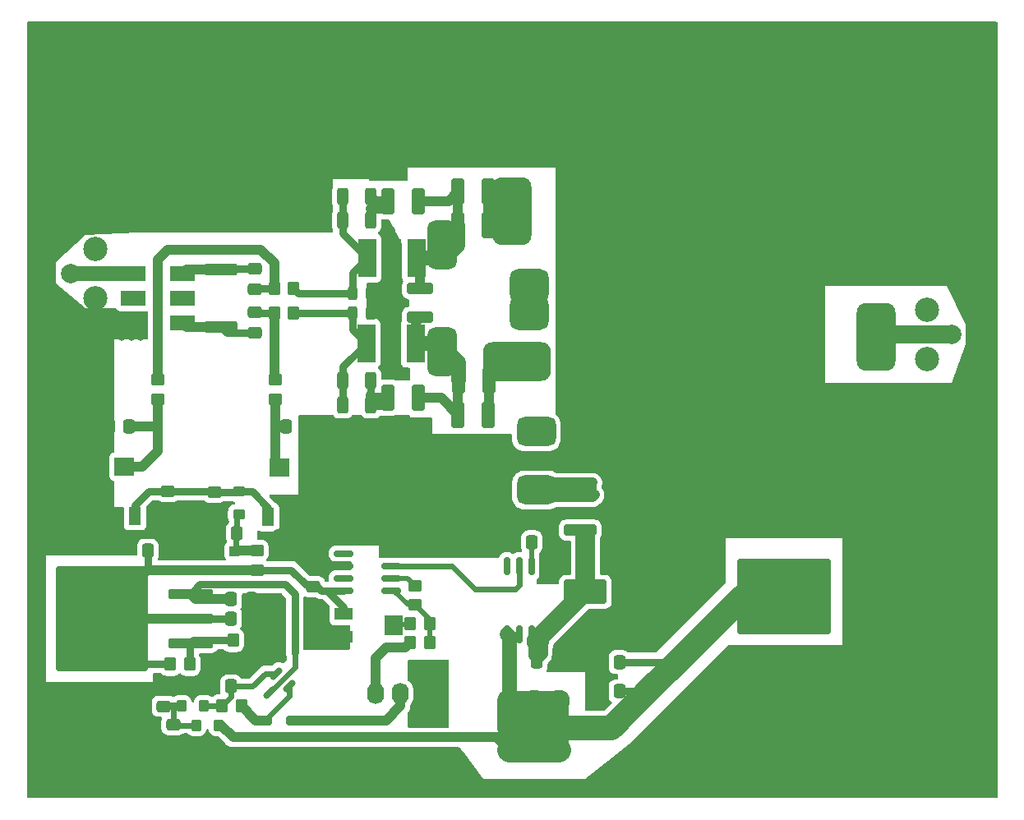
<source format=gtl>
G04 #@! TF.GenerationSoftware,KiCad,Pcbnew,8.0.4*
G04 #@! TF.CreationDate,2024-11-19T14:33:49+01:00*
G04 #@! TF.ProjectId,MUNIN 100,4d554e49-4e20-4313-9030-2e6b69636164,0*
G04 #@! TF.SameCoordinates,Original*
G04 #@! TF.FileFunction,Copper,L1,Top*
G04 #@! TF.FilePolarity,Positive*
%FSLAX46Y46*%
G04 Gerber Fmt 4.6, Leading zero omitted, Abs format (unit mm)*
G04 Created by KiCad (PCBNEW 8.0.4) date 2024-11-19 14:33:49*
%MOMM*%
%LPD*%
G01*
G04 APERTURE LIST*
G04 Aperture macros list*
%AMRoundRect*
0 Rectangle with rounded corners*
0 $1 Rounding radius*
0 $2 $3 $4 $5 $6 $7 $8 $9 X,Y pos of 4 corners*
0 Add a 4 corners polygon primitive as box body*
4,1,4,$2,$3,$4,$5,$6,$7,$8,$9,$2,$3,0*
0 Add four circle primitives for the rounded corners*
1,1,$1+$1,$2,$3*
1,1,$1+$1,$4,$5*
1,1,$1+$1,$6,$7*
1,1,$1+$1,$8,$9*
0 Add four rect primitives between the rounded corners*
20,1,$1+$1,$2,$3,$4,$5,0*
20,1,$1+$1,$4,$5,$6,$7,0*
20,1,$1+$1,$6,$7,$8,$9,0*
20,1,$1+$1,$8,$9,$2,$3,0*%
%AMRotRect*
0 Rectangle, with rotation*
0 The origin of the aperture is its center*
0 $1 length*
0 $2 width*
0 $3 Rotation angle, in degrees counterclockwise*
0 Add horizontal line*
21,1,$1,$2,0,0,$3*%
G04 Aperture macros list end*
G04 #@! TA.AperFunction,ComponentPad*
%ADD10RoundRect,0.750000X-0.750000X1.750000X-0.750000X-1.750000X0.750000X-1.750000X0.750000X1.750000X0*%
G04 #@! TD*
G04 #@! TA.AperFunction,ComponentPad*
%ADD11RoundRect,0.875000X-1.125000X0.875000X-1.125000X-0.875000X1.125000X-0.875000X1.125000X0.875000X0*%
G04 #@! TD*
G04 #@! TA.AperFunction,SMDPad,CuDef*
%ADD12RoundRect,0.250000X0.475000X-0.337500X0.475000X0.337500X-0.475000X0.337500X-0.475000X-0.337500X0*%
G04 #@! TD*
G04 #@! TA.AperFunction,ComponentPad*
%ADD13C,6.000000*%
G04 #@! TD*
G04 #@! TA.AperFunction,ComponentPad*
%ADD14R,1.905000X4.000000*%
G04 #@! TD*
G04 #@! TA.AperFunction,ComponentPad*
%ADD15RotRect,1.905000X4.000000X181.300000*%
G04 #@! TD*
G04 #@! TA.AperFunction,SMDPad,CuDef*
%ADD16RoundRect,0.250000X-0.450000X0.350000X-0.450000X-0.350000X0.450000X-0.350000X0.450000X0.350000X0*%
G04 #@! TD*
G04 #@! TA.AperFunction,SMDPad,CuDef*
%ADD17RoundRect,0.150000X0.825000X0.150000X-0.825000X0.150000X-0.825000X-0.150000X0.825000X-0.150000X0*%
G04 #@! TD*
G04 #@! TA.AperFunction,SMDPad,CuDef*
%ADD18RoundRect,0.250000X0.337500X0.475000X-0.337500X0.475000X-0.337500X-0.475000X0.337500X-0.475000X0*%
G04 #@! TD*
G04 #@! TA.AperFunction,SMDPad,CuDef*
%ADD19RoundRect,0.250000X-0.275000X-0.350000X0.275000X-0.350000X0.275000X0.350000X-0.275000X0.350000X0*%
G04 #@! TD*
G04 #@! TA.AperFunction,SMDPad,CuDef*
%ADD20RoundRect,0.250000X-0.337500X-0.475000X0.337500X-0.475000X0.337500X0.475000X-0.337500X0.475000X0*%
G04 #@! TD*
G04 #@! TA.AperFunction,SMDPad,CuDef*
%ADD21RoundRect,0.250000X-1.450000X0.312500X-1.450000X-0.312500X1.450000X-0.312500X1.450000X0.312500X0*%
G04 #@! TD*
G04 #@! TA.AperFunction,SMDPad,CuDef*
%ADD22RoundRect,0.250000X-0.412500X-1.100000X0.412500X-1.100000X0.412500X1.100000X-0.412500X1.100000X0*%
G04 #@! TD*
G04 #@! TA.AperFunction,SMDPad,CuDef*
%ADD23RoundRect,0.250000X-0.475000X0.337500X-0.475000X-0.337500X0.475000X-0.337500X0.475000X0.337500X0*%
G04 #@! TD*
G04 #@! TA.AperFunction,SMDPad,CuDef*
%ADD24RoundRect,0.250000X-0.350000X-0.450000X0.350000X-0.450000X0.350000X0.450000X-0.350000X0.450000X0*%
G04 #@! TD*
G04 #@! TA.AperFunction,SMDPad,CuDef*
%ADD25RoundRect,0.150000X0.150000X-0.800000X0.150000X0.800000X-0.150000X0.800000X-0.150000X-0.800000X0*%
G04 #@! TD*
G04 #@! TA.AperFunction,SMDPad,CuDef*
%ADD26RoundRect,0.250000X-0.312500X-0.625000X0.312500X-0.625000X0.312500X0.625000X-0.312500X0.625000X0*%
G04 #@! TD*
G04 #@! TA.AperFunction,SMDPad,CuDef*
%ADD27RoundRect,0.250000X-1.950000X-1.000000X1.950000X-1.000000X1.950000X1.000000X-1.950000X1.000000X0*%
G04 #@! TD*
G04 #@! TA.AperFunction,SMDPad,CuDef*
%ADD28RoundRect,0.250000X2.050000X0.300000X-2.050000X0.300000X-2.050000X-0.300000X2.050000X-0.300000X0*%
G04 #@! TD*
G04 #@! TA.AperFunction,ComponentPad*
%ADD29RoundRect,0.250000X2.012537X2.385570X-2.037408X2.364365X-2.012537X-2.385570X2.037408X-2.364365X0*%
G04 #@! TD*
G04 #@! TA.AperFunction,SMDPad,CuDef*
%ADD30RoundRect,0.250002X4.449998X5.149998X-4.449998X5.149998X-4.449998X-5.149998X4.449998X-5.149998X0*%
G04 #@! TD*
G04 #@! TA.AperFunction,ComponentPad*
%ADD31RoundRect,0.250000X2.025000X2.375000X-2.025000X2.375000X-2.025000X-2.375000X2.025000X-2.375000X0*%
G04 #@! TD*
G04 #@! TA.AperFunction,SMDPad,CuDef*
%ADD32RoundRect,0.250000X0.250000X0.250000X-0.250000X0.250000X-0.250000X-0.250000X0.250000X-0.250000X0*%
G04 #@! TD*
G04 #@! TA.AperFunction,SMDPad,CuDef*
%ADD33RoundRect,0.250000X-1.100000X0.325000X-1.100000X-0.325000X1.100000X-0.325000X1.100000X0.325000X0*%
G04 #@! TD*
G04 #@! TA.AperFunction,ComponentPad*
%ADD34C,0.800000*%
G04 #@! TD*
G04 #@! TA.AperFunction,ComponentPad*
%ADD35C,6.400000*%
G04 #@! TD*
G04 #@! TA.AperFunction,SMDPad,CuDef*
%ADD36RoundRect,0.243750X0.243750X0.456250X-0.243750X0.456250X-0.243750X-0.456250X0.243750X-0.456250X0*%
G04 #@! TD*
G04 #@! TA.AperFunction,SMDPad,CuDef*
%ADD37RoundRect,0.249998X4.550002X-3.650002X4.550002X3.650002X-4.550002X3.650002X-4.550002X-3.650002X0*%
G04 #@! TD*
G04 #@! TA.AperFunction,ComponentPad*
%ADD38C,1.998980*%
G04 #@! TD*
G04 #@! TA.AperFunction,ComponentPad*
%ADD39C,2.499360*%
G04 #@! TD*
G04 #@! TA.AperFunction,ComponentPad*
%ADD40C,2.300000*%
G04 #@! TD*
G04 #@! TA.AperFunction,ComponentPad*
%ADD41RoundRect,0.250000X0.620000X0.845000X-0.620000X0.845000X-0.620000X-0.845000X0.620000X-0.845000X0*%
G04 #@! TD*
G04 #@! TA.AperFunction,ComponentPad*
%ADD42O,1.740000X2.190000*%
G04 #@! TD*
G04 #@! TA.AperFunction,SMDPad,CuDef*
%ADD43R,1.900000X1.300000*%
G04 #@! TD*
G04 #@! TA.AperFunction,SMDPad,CuDef*
%ADD44R,1.900000X2.000000*%
G04 #@! TD*
G04 #@! TA.AperFunction,SMDPad,CuDef*
%ADD45R,1.300000X1.900000*%
G04 #@! TD*
G04 #@! TA.AperFunction,SMDPad,CuDef*
%ADD46R,2.000000X1.900000*%
G04 #@! TD*
G04 #@! TA.AperFunction,SMDPad,CuDef*
%ADD47RoundRect,0.250000X0.350000X0.450000X-0.350000X0.450000X-0.350000X-0.450000X0.350000X-0.450000X0*%
G04 #@! TD*
G04 #@! TA.AperFunction,SMDPad,CuDef*
%ADD48RoundRect,0.250000X0.300000X0.300000X-0.300000X0.300000X-0.300000X-0.300000X0.300000X-0.300000X0*%
G04 #@! TD*
G04 #@! TA.AperFunction,SMDPad,CuDef*
%ADD49RoundRect,1.000000X2.500000X-1.000000X2.500000X1.000000X-2.500000X1.000000X-2.500000X-1.000000X0*%
G04 #@! TD*
G04 #@! TA.AperFunction,SMDPad,CuDef*
%ADD50RoundRect,1.000000X1.000000X-2.500000X1.000000X2.500000X-1.000000X2.500000X-1.000000X-2.500000X0*%
G04 #@! TD*
G04 #@! TA.AperFunction,SMDPad,CuDef*
%ADD51RoundRect,0.150000X0.309359X0.521491X-0.521491X-0.309359X-0.309359X-0.521491X0.521491X0.309359X0*%
G04 #@! TD*
G04 #@! TA.AperFunction,SMDPad,CuDef*
%ADD52R,2.540000X1.650000*%
G04 #@! TD*
G04 #@! TA.AperFunction,SMDPad,CuDef*
%ADD53RoundRect,0.250000X-1.425000X0.362500X-1.425000X-0.362500X1.425000X-0.362500X1.425000X0.362500X0*%
G04 #@! TD*
G04 #@! TA.AperFunction,SMDPad,CuDef*
%ADD54RoundRect,0.750000X-1.250000X-0.750000X1.250000X-0.750000X1.250000X0.750000X-1.250000X0.750000X0*%
G04 #@! TD*
G04 #@! TA.AperFunction,SMDPad,CuDef*
%ADD55RoundRect,0.250000X-0.350000X0.275000X-0.350000X-0.275000X0.350000X-0.275000X0.350000X0.275000X0*%
G04 #@! TD*
G04 #@! TA.AperFunction,ViaPad*
%ADD56C,0.800000*%
G04 #@! TD*
G04 #@! TA.AperFunction,ViaPad*
%ADD57C,2.000000*%
G04 #@! TD*
G04 #@! TA.AperFunction,Conductor*
%ADD58C,0.600000*%
G04 #@! TD*
G04 #@! TA.AperFunction,Conductor*
%ADD59C,0.800000*%
G04 #@! TD*
G04 #@! TA.AperFunction,Conductor*
%ADD60C,1.000000*%
G04 #@! TD*
G04 #@! TA.AperFunction,Conductor*
%ADD61C,0.500000*%
G04 #@! TD*
G04 #@! TA.AperFunction,Conductor*
%ADD62C,1.500000*%
G04 #@! TD*
G04 #@! TA.AperFunction,Conductor*
%ADD63C,2.500000*%
G04 #@! TD*
G04 #@! TA.AperFunction,Conductor*
%ADD64C,2.000000*%
G04 #@! TD*
G04 #@! TA.AperFunction,Conductor*
%ADD65C,1.900000*%
G04 #@! TD*
G04 APERTURE END LIST*
D10*
X87750000Y-98000000D03*
D11*
X96750000Y-102250000D03*
X96750000Y-105000000D03*
D10*
X87750000Y-109000000D03*
D12*
X59100000Y-145537500D03*
X59100000Y-143462500D03*
D13*
X82500000Y-124792500D03*
D14*
X85040000Y-108132500D03*
D15*
X82500000Y-108132500D03*
D14*
X79960000Y-108132500D03*
D16*
X58500000Y-111900000D03*
X58500000Y-113900000D03*
D17*
X82575000Y-133605000D03*
X82575000Y-132335000D03*
X82575000Y-131065000D03*
X82575000Y-129795000D03*
X77625000Y-129795000D03*
X77625000Y-131065000D03*
X77625000Y-132335000D03*
X77625000Y-133605000D03*
D18*
X73787500Y-116750000D03*
X71712500Y-116750000D03*
D19*
X60950000Y-145500000D03*
X63250000Y-145500000D03*
D20*
X57462500Y-129500000D03*
X59537500Y-129500000D03*
D21*
X102000000Y-123112500D03*
X102000000Y-127387500D03*
D22*
X89500000Y-112000000D03*
X92625000Y-112000000D03*
D23*
X64299000Y-123462500D03*
X64299000Y-125537500D03*
D18*
X97037500Y-128645900D03*
X94962500Y-128645900D03*
D22*
X89437500Y-92500000D03*
X92562500Y-92500000D03*
D23*
X74500000Y-133212500D03*
X74500000Y-135287500D03*
D22*
X89437500Y-115500000D03*
X92562500Y-115500000D03*
D24*
X66250000Y-138750000D03*
X68250000Y-138750000D03*
D16*
X70600000Y-111900000D03*
X70600000Y-113900000D03*
D25*
X94451000Y-138120700D03*
X95721000Y-138120700D03*
X96991000Y-138120700D03*
X98261000Y-138120700D03*
X98261000Y-131120700D03*
X96991000Y-131120700D03*
X95721000Y-131120700D03*
X94451000Y-131120700D03*
D26*
X77537500Y-114514600D03*
X80462500Y-114514600D03*
D27*
X102550000Y-133750000D03*
X110950000Y-133750000D03*
D28*
X61875000Y-139040000D03*
X61875000Y-136500000D03*
D29*
X55150000Y-139275000D03*
X55150000Y-133725000D03*
D30*
X52725000Y-136500000D03*
D31*
X50300000Y-139275000D03*
X50300000Y-133725000D03*
D28*
X61875000Y-133960000D03*
D32*
X72250000Y-147000000D03*
X69750000Y-147000000D03*
D33*
X85500000Y-102525000D03*
X85500000Y-105475000D03*
D34*
X135902944Y-148000000D03*
X136605888Y-146302944D03*
X136605888Y-149697056D03*
X138302944Y-145600000D03*
D35*
X138302944Y-148000000D03*
D34*
X138302944Y-150400000D03*
X140000000Y-146302944D03*
X140000000Y-149697056D03*
X140702944Y-148000000D03*
D18*
X106037500Y-144000000D03*
X103962500Y-144000000D03*
D36*
X80437500Y-103000000D03*
X78562500Y-103000000D03*
D20*
X66062500Y-134500000D03*
X68137500Y-134500000D03*
D37*
X123000000Y-134250000D03*
X123000000Y-121750000D03*
D38*
X140250000Y-107250000D03*
D39*
X142790000Y-109790000D03*
X142790000Y-104710000D03*
X137710000Y-109790000D03*
X137710000Y-104710000D03*
D40*
X123000000Y-150080000D03*
X125540000Y-150080000D03*
X128080000Y-150080000D03*
X123000000Y-145000000D03*
X125540000Y-145000000D03*
X128080000Y-145000000D03*
D22*
X82187500Y-93500000D03*
X85312500Y-93500000D03*
D26*
X77537500Y-93000000D03*
X80462500Y-93000000D03*
D23*
X68500000Y-100462500D03*
X68500000Y-102537500D03*
D41*
X86025000Y-144250000D03*
D42*
X83485000Y-144250000D03*
X80945000Y-144250000D03*
D43*
X77650000Y-136050000D03*
D44*
X82750000Y-137200000D03*
D43*
X77650000Y-138350000D03*
D45*
X53850000Y-125950000D03*
D46*
X55000000Y-120850000D03*
D45*
X56150000Y-125950000D03*
D47*
X86500000Y-139000000D03*
X84500000Y-139000000D03*
D18*
X66037500Y-143500000D03*
X63962500Y-143500000D03*
D34*
X48600000Y-148000000D03*
X49302944Y-146302944D03*
X49302944Y-149697056D03*
X51000000Y-145600000D03*
D35*
X51000000Y-148000000D03*
D34*
X51000000Y-150400000D03*
X52697056Y-146302944D03*
X52697056Y-149697056D03*
X53400000Y-148000000D03*
D13*
X82600000Y-82707500D03*
D14*
X80060000Y-99367500D03*
X82600000Y-99367500D03*
X85140000Y-99367500D03*
D20*
X53462500Y-116750000D03*
X55537500Y-116750000D03*
D48*
X66400000Y-129541400D03*
X63600000Y-129541400D03*
D40*
X99800000Y-145020000D03*
X97260000Y-145020000D03*
X94720000Y-145020000D03*
X99800000Y-150100000D03*
X97260000Y-150100000D03*
X94720000Y-150100000D03*
D18*
X99637500Y-140900000D03*
X97562500Y-140900000D03*
D36*
X80437500Y-105000000D03*
X78562500Y-105000000D03*
D49*
X95500000Y-110000000D03*
D50*
X132500000Y-107500000D03*
X132500000Y-96500000D03*
X95000000Y-94500000D03*
D22*
X89437500Y-96000000D03*
X92562500Y-96000000D03*
D18*
X66637500Y-127700000D03*
X64562500Y-127700000D03*
D26*
X77537500Y-95438400D03*
X80462500Y-95438400D03*
D24*
X70500000Y-105000000D03*
X72500000Y-105000000D03*
D51*
X72000000Y-143500000D03*
X70656497Y-142156497D03*
X70002423Y-144154074D03*
D19*
X62450000Y-147500000D03*
X64750000Y-147500000D03*
D52*
X61040000Y-106040000D03*
X61040000Y-103500000D03*
X61040000Y-100960000D03*
X55960000Y-100960000D03*
X55960000Y-103500000D03*
X55960000Y-106040000D03*
D16*
X85000000Y-133100000D03*
X85000000Y-135100000D03*
D12*
X60100000Y-149537500D03*
X60100000Y-147462500D03*
D16*
X68700000Y-129500000D03*
X68700000Y-131500000D03*
D20*
X66062500Y-136500000D03*
X68137500Y-136500000D03*
D18*
X106037500Y-141000000D03*
X103962500Y-141000000D03*
D24*
X65100000Y-145500000D03*
X67100000Y-145500000D03*
X84500000Y-137000000D03*
X86500000Y-137000000D03*
D53*
X65000000Y-100537500D03*
X65000000Y-106462500D03*
D12*
X68500000Y-107037500D03*
X68500000Y-104962500D03*
D34*
X48600000Y-81000000D03*
X49302944Y-79302944D03*
X49302944Y-82697056D03*
X51000000Y-78600000D03*
D35*
X51000000Y-81000000D03*
D34*
X51000000Y-83400000D03*
X52697056Y-79302944D03*
X52697056Y-82697056D03*
X53400000Y-81000000D03*
D26*
X77537500Y-112000000D03*
X80462500Y-112000000D03*
D24*
X59800000Y-141200000D03*
X61800000Y-141200000D03*
D54*
X97500000Y-117250000D03*
X97500000Y-123250000D03*
D34*
X135902944Y-81000000D03*
X136605888Y-79302944D03*
X136605888Y-82697056D03*
X138302944Y-78600000D03*
D35*
X138302944Y-81000000D03*
D34*
X138302944Y-83400000D03*
X140000000Y-79302944D03*
X140000000Y-82697056D03*
X140702944Y-81000000D03*
D22*
X82187500Y-113750000D03*
X85312500Y-113750000D03*
D38*
X49500000Y-101000000D03*
D39*
X46960000Y-98460000D03*
X46960000Y-103540000D03*
X52040000Y-98460000D03*
X52040000Y-103540000D03*
D45*
X69850000Y-126050000D03*
D46*
X71000000Y-120950000D03*
D45*
X72150000Y-126050000D03*
D24*
X70500000Y-102500000D03*
X72500000Y-102500000D03*
D23*
X59549200Y-123398500D03*
X59549200Y-125473500D03*
D55*
X66839000Y-123438400D03*
X66839000Y-125738400D03*
D56*
X116000000Y-120750000D03*
X73500000Y-127750000D03*
X75500000Y-96000000D03*
X75750000Y-138750000D03*
X82000000Y-77000000D03*
X129750000Y-112750000D03*
X62600000Y-142800000D03*
X61250000Y-125000000D03*
X70750000Y-127750000D03*
X77000000Y-153000000D03*
X75750000Y-137200000D03*
X122000000Y-106000000D03*
X137000000Y-77000000D03*
X87000000Y-77000000D03*
X82500000Y-96500000D03*
X57000000Y-77000000D03*
X131250000Y-115500000D03*
X47000000Y-153000000D03*
X54750000Y-107500000D03*
X142000000Y-77000000D03*
X131750000Y-112750000D03*
X143750000Y-85250000D03*
X122000000Y-110500000D03*
X117000000Y-77000000D03*
X138250000Y-101250000D03*
X97500000Y-126750000D03*
X83500000Y-104000000D03*
X127000000Y-77000000D03*
X102000000Y-139500000D03*
X84500000Y-129700000D03*
X143750000Y-95250000D03*
X68100000Y-141600000D03*
X116000000Y-124750000D03*
X82000000Y-153000000D03*
X139750000Y-112750000D03*
X46000000Y-77000000D03*
X57000000Y-153000000D03*
X62400000Y-130000000D03*
X136250000Y-115500000D03*
X72000000Y-153000000D03*
X58100000Y-149500000D03*
X119750000Y-93500000D03*
X82500000Y-100750000D03*
X128250000Y-101250000D03*
X143750000Y-118500000D03*
X65600000Y-141600000D03*
X100250000Y-93500000D03*
X99250000Y-128000000D03*
X46000000Y-126500000D03*
X50500000Y-96000000D03*
X114750000Y-93500000D03*
X133250000Y-101250000D03*
X122000000Y-77000000D03*
X46000000Y-146500000D03*
X136250000Y-112750000D03*
X124750000Y-112750000D03*
X61000000Y-143750000D03*
X142000000Y-153000000D03*
X122000000Y-153000000D03*
X46000000Y-81500000D03*
X81500000Y-104000000D03*
X82500000Y-106750000D03*
X46000000Y-121500000D03*
X65500000Y-96000000D03*
X46000000Y-141500000D03*
X91500000Y-126750000D03*
X110750000Y-128500000D03*
X122000000Y-107500000D03*
X134750000Y-112750000D03*
X72000000Y-77000000D03*
X104750000Y-93500000D03*
X138250000Y-112750000D03*
X74750000Y-129250000D03*
X101900000Y-141400000D03*
X52000000Y-153000000D03*
X143750000Y-100250000D03*
X60500000Y-96000000D03*
X143750000Y-114250000D03*
X46000000Y-131500000D03*
X93500000Y-122750000D03*
X62000000Y-77000000D03*
X82500000Y-109500000D03*
X82500000Y-104000000D03*
X74750000Y-127750000D03*
X70500000Y-96000000D03*
X82600000Y-102500000D03*
X62600000Y-143800000D03*
X143750000Y-123500000D03*
X76000000Y-130750000D03*
X93500000Y-120750000D03*
X134750000Y-101250000D03*
X61000000Y-142800000D03*
X52000000Y-77000000D03*
X116500000Y-113000000D03*
X132000000Y-153000000D03*
X92000000Y-77000000D03*
X132000000Y-77000000D03*
X56750000Y-107500000D03*
X104000000Y-145500000D03*
X117000000Y-153000000D03*
X128250000Y-112750000D03*
X46000000Y-106500000D03*
X55500000Y-96000000D03*
X77000000Y-77000000D03*
X107000000Y-153000000D03*
X69600000Y-140400000D03*
X71100000Y-139000000D03*
X63750000Y-141600000D03*
X55750000Y-107500000D03*
X131750000Y-101250000D03*
X58500000Y-127500000D03*
X116000000Y-126750000D03*
X46000000Y-116500000D03*
X71100000Y-134500000D03*
X124750000Y-101250000D03*
X122000000Y-109000000D03*
X93500000Y-118750000D03*
X74250000Y-137250000D03*
X71100000Y-137500000D03*
X74250000Y-138750000D03*
X46000000Y-86500000D03*
X65600000Y-140400000D03*
X109250000Y-126750000D03*
X62750000Y-126000000D03*
X95500000Y-126750000D03*
X99250000Y-129500000D03*
X54250000Y-106500000D03*
X69600000Y-134500000D03*
X126750000Y-101250000D03*
X81500000Y-102500000D03*
X112000000Y-153000000D03*
X54250000Y-105250000D03*
X82600000Y-105500000D03*
X99250000Y-131000000D03*
X100250000Y-139500000D03*
X104000000Y-142500000D03*
X126250000Y-115500000D03*
X82500000Y-111000000D03*
X139750000Y-101250000D03*
X81500000Y-105500000D03*
X61250000Y-129000000D03*
X143750000Y-138500000D03*
X116000000Y-122750000D03*
X60000000Y-127500000D03*
X133250000Y-112750000D03*
X121250000Y-115500000D03*
X122000000Y-103000000D03*
X129750000Y-101250000D03*
X75750000Y-135700000D03*
X143750000Y-90250000D03*
X69600000Y-136000000D03*
X126750000Y-112750000D03*
X137000000Y-153000000D03*
X105250000Y-126750000D03*
X69600000Y-137500000D03*
X46000000Y-136500000D03*
X93500000Y-126750000D03*
X143750000Y-81000000D03*
X74750000Y-130750000D03*
X82500000Y-98250000D03*
X93500000Y-124750000D03*
X116250000Y-115500000D03*
X68000000Y-140400000D03*
X124750000Y-93500000D03*
X67000000Y-77000000D03*
X102000000Y-77000000D03*
X71100000Y-136000000D03*
X143750000Y-143500000D03*
X107250000Y-126750000D03*
X69600000Y-139000000D03*
X122750000Y-101500000D03*
X113250000Y-128500000D03*
X104000000Y-139500000D03*
X97000000Y-77000000D03*
X127000000Y-153000000D03*
X122000000Y-104500000D03*
X109750000Y-93500000D03*
X118500000Y-113000000D03*
X46000000Y-111500000D03*
X46000000Y-96500000D03*
X62000000Y-153000000D03*
X57100000Y-143500000D03*
X46000000Y-91500000D03*
X62750000Y-128000000D03*
X72250000Y-127750000D03*
X61250000Y-127000000D03*
X122750000Y-112250000D03*
X143750000Y-128500000D03*
X67000000Y-153000000D03*
X71100000Y-140400000D03*
X107000000Y-77000000D03*
X87000000Y-153000000D03*
X112000000Y-77000000D03*
X143750000Y-133500000D03*
X63750000Y-140600000D03*
X136250000Y-101250000D03*
X62100000Y-149500000D03*
X55000000Y-140000000D03*
X52000000Y-132500000D03*
X50000000Y-132500000D03*
X53500000Y-140000000D03*
X50000000Y-137500000D03*
X52750000Y-141500000D03*
X53500000Y-137500000D03*
X48500000Y-136500000D03*
X52000000Y-140000000D03*
X55000000Y-132500000D03*
X52750000Y-131500000D03*
X55000000Y-137500000D03*
X57000000Y-136500000D03*
X55000000Y-135000000D03*
X50000000Y-140000000D03*
X52000000Y-135000000D03*
X53500000Y-132500000D03*
X52000000Y-137500000D03*
X50000000Y-135000000D03*
X53500000Y-135000000D03*
D57*
X97500000Y-123250000D03*
X97500000Y-117250000D03*
D58*
X60137500Y-147500000D02*
X60100000Y-147462500D01*
X60900000Y-145450000D02*
X60950000Y-145500000D01*
X59100000Y-145450000D02*
X60100000Y-145450000D01*
X60100000Y-145450000D02*
X60100000Y-147462500D01*
X62450000Y-147500000D02*
X60137500Y-147500000D01*
X60100000Y-145450000D02*
X60900000Y-145450000D01*
X64299000Y-127436500D02*
X64562500Y-127700000D01*
X63100000Y-143500000D02*
X62600000Y-143000000D01*
X64562500Y-128578900D02*
X63600000Y-129541400D01*
X63962500Y-143500000D02*
X63100000Y-143500000D01*
X64562500Y-127700000D02*
X64562500Y-128578900D01*
D59*
X61875000Y-133960000D02*
X62835000Y-133000000D01*
D60*
X62415000Y-134500000D02*
X61875000Y-133960000D01*
D58*
X72600000Y-141556497D02*
X72600000Y-140000000D01*
D59*
X71600000Y-133000000D02*
X72600000Y-134000000D01*
D58*
X70002423Y-144154074D02*
X72600000Y-141556497D01*
X72550000Y-140050000D02*
X72600000Y-140000000D01*
D60*
X66062500Y-134500000D02*
X62415000Y-134500000D01*
D59*
X62835000Y-133000000D02*
X71600000Y-133000000D01*
X72600000Y-134000000D02*
X72600000Y-140000000D01*
X59549200Y-123398500D02*
X64235000Y-123398500D01*
X64235000Y-123398500D02*
X64299000Y-123462500D01*
X68188400Y-123438400D02*
X69850000Y-125100000D01*
X64299000Y-123462500D02*
X66814900Y-123462500D01*
D61*
X66624900Y-123652500D02*
X66839000Y-123438400D01*
D59*
X69850000Y-125100000D02*
X69850000Y-126100000D01*
X66839000Y-123438400D02*
X68188400Y-123438400D01*
X57601500Y-123398500D02*
X56150000Y-124850000D01*
X56150000Y-124850000D02*
X56150000Y-126100000D01*
X59549200Y-123398500D02*
X57601500Y-123398500D01*
X66814900Y-123462500D02*
X66839000Y-123438400D01*
D61*
X59549200Y-123398500D02*
X59803200Y-123652500D01*
D59*
X68500000Y-107037500D02*
X65575000Y-107037500D01*
D60*
X65000000Y-106462500D02*
X61462500Y-106462500D01*
D59*
X65575000Y-107037500D02*
X65000000Y-106462500D01*
D60*
X61462500Y-106462500D02*
X61040000Y-106040000D01*
D58*
X66037500Y-143500000D02*
X66037500Y-144562500D01*
X70656497Y-142156497D02*
X69593503Y-142156497D01*
X66037500Y-144562500D02*
X65100000Y-145500000D01*
X70656497Y-142156497D02*
X70360481Y-142452513D01*
X69593503Y-142156497D02*
X68250000Y-143500000D01*
X64100000Y-145500000D02*
X65100000Y-145500000D01*
X63250000Y-145500000D02*
X64100000Y-145500000D01*
X68250000Y-143500000D02*
X66037500Y-143500000D01*
X66508900Y-127828600D02*
X66637500Y-127700000D01*
X66637500Y-127700000D02*
X66637500Y-125939900D01*
X66508900Y-129541400D02*
X66508900Y-127828600D01*
D60*
X66550300Y-129500000D02*
X66508900Y-129541400D01*
D61*
X66835100Y-129215200D02*
X66508900Y-129541400D01*
D60*
X68700000Y-129500000D02*
X66550300Y-129500000D01*
D58*
X66637500Y-125939900D02*
X66839000Y-125738400D01*
D61*
X66839000Y-127607100D02*
X66835100Y-127611000D01*
D60*
X88437500Y-93500000D02*
X89437500Y-92500000D01*
X85312500Y-93500000D02*
X88437500Y-93500000D01*
X89437500Y-92500000D02*
X89437500Y-96000000D01*
D62*
X88132500Y-99367500D02*
X85140000Y-99367500D01*
X89437500Y-96000000D02*
X89437500Y-98062500D01*
D60*
X85500000Y-102525000D02*
X85500000Y-99727500D01*
D62*
X89437500Y-98062500D02*
X88132500Y-99367500D01*
D60*
X87687500Y-113750000D02*
X89437500Y-115500000D01*
D62*
X89500000Y-110140000D02*
X87492500Y-108132500D01*
D60*
X85040000Y-108132500D02*
X85040000Y-105935000D01*
X89437500Y-112062500D02*
X89500000Y-112000000D01*
D62*
X87492500Y-108132500D02*
X85040000Y-108132500D01*
D60*
X89437500Y-115500000D02*
X89437500Y-112062500D01*
X85312500Y-113750000D02*
X87687500Y-113750000D01*
D62*
X89500000Y-112000000D02*
X89500000Y-110140000D01*
D60*
X85040000Y-105935000D02*
X85500000Y-105475000D01*
D59*
X55875000Y-140000000D02*
X55000000Y-140000000D01*
X55000000Y-140000000D02*
X55000000Y-139125000D01*
D60*
X57375000Y-131500000D02*
X55150000Y-133725000D01*
D59*
X73787500Y-133037500D02*
X74750000Y-133037500D01*
D60*
X68700000Y-131500000D02*
X62100000Y-131500000D01*
D59*
X59800000Y-141200000D02*
X57075000Y-141200000D01*
X57075000Y-141200000D02*
X55875000Y-140000000D01*
X75905000Y-133605000D02*
X77650000Y-135350000D01*
X61875000Y-136500000D02*
X66062500Y-136500000D01*
X75317500Y-133605000D02*
X75905000Y-133605000D01*
D58*
X77400000Y-133605000D02*
X77405000Y-133605000D01*
D59*
X57462500Y-131412500D02*
X55150000Y-133725000D01*
X72250000Y-131500000D02*
X73787500Y-133037500D01*
D60*
X62100000Y-131500000D02*
X57375000Y-131500000D01*
D59*
X68700000Y-131500000D02*
X72250000Y-131500000D01*
X57462500Y-129500000D02*
X57462500Y-131412500D01*
D60*
X61875000Y-136500000D02*
X52725000Y-136500000D01*
D59*
X75317500Y-133605000D02*
X74750000Y-133037500D01*
X77650000Y-135350000D02*
X77650000Y-136050000D01*
X77625000Y-133605000D02*
X75317500Y-133605000D01*
X55000000Y-139125000D02*
X55150000Y-139275000D01*
D60*
X92625000Y-115437500D02*
X92562500Y-115500000D01*
X92625000Y-112000000D02*
X92625000Y-115437500D01*
X92562500Y-96000000D02*
X92562500Y-92500000D01*
X103250000Y-124000000D02*
X103500000Y-123750000D01*
X99000000Y-124000000D02*
X103250000Y-124000000D01*
X98500000Y-123250000D02*
X98637500Y-123112500D01*
X98637500Y-123112500D02*
X102000000Y-123112500D01*
X99000000Y-122500000D02*
X103250000Y-122500000D01*
X93370000Y-148750000D02*
X94720000Y-150100000D01*
D63*
X94720000Y-147800000D02*
X94720000Y-145020000D01*
D62*
X94720000Y-145020000D02*
X94720000Y-138389702D01*
D60*
X66250000Y-148750000D02*
X93370000Y-148750000D01*
D59*
X106037500Y-144000000D02*
X109000000Y-144000000D01*
D64*
X94720000Y-145020000D02*
X97260000Y-145020000D01*
D58*
X95721000Y-138120700D02*
X94450998Y-138120700D01*
D64*
X99800000Y-147560000D02*
X97260000Y-145020000D01*
X94720000Y-147560000D02*
X97260000Y-145020000D01*
D59*
X111000000Y-141000000D02*
X111500000Y-141500000D01*
D58*
X94451000Y-138120700D02*
X94450998Y-138120700D01*
D60*
X64750000Y-147500000D02*
X65000000Y-147500000D01*
D59*
X109000000Y-144000000D02*
X109500000Y-143500000D01*
D60*
X65000000Y-147500000D02*
X66250000Y-148750000D01*
D64*
X97260000Y-147660000D02*
X97260000Y-145020000D01*
D63*
X109500000Y-143500000D02*
X111500000Y-141500000D01*
X94720000Y-147800000D02*
X105200000Y-147800000D01*
D64*
X97260000Y-145020000D02*
X99800000Y-145020000D01*
X94720000Y-150100000D02*
X94720000Y-147560000D01*
D62*
X94720000Y-138389702D02*
X94450998Y-138120700D01*
D64*
X97260000Y-150100000D02*
X97260000Y-147660000D01*
X99800000Y-150100000D02*
X99800000Y-145020000D01*
D63*
X118750000Y-134250000D02*
X123000000Y-134250000D01*
X105200000Y-147800000D02*
X109500000Y-143500000D01*
D64*
X99800000Y-150100000D02*
X99800000Y-147560000D01*
D63*
X94720000Y-150100000D02*
X97260000Y-150100000D01*
D59*
X106037500Y-141000000D02*
X111000000Y-141000000D01*
D63*
X111500000Y-141500000D02*
X118750000Y-134250000D01*
D64*
X94720000Y-150100000D02*
X94720000Y-147800000D01*
D62*
X94451000Y-144751000D02*
X94720000Y-145020000D01*
D63*
X97260000Y-150100000D02*
X99800000Y-150100000D01*
D61*
X96981100Y-131110800D02*
X96991000Y-131120700D01*
X96981100Y-128645900D02*
X96981100Y-131110800D01*
D58*
X69750000Y-146750000D02*
X69750000Y-147000000D01*
D60*
X69750000Y-147000000D02*
X68600000Y-147000000D01*
D58*
X72000000Y-144500000D02*
X69750000Y-146750000D01*
D60*
X68600000Y-147000000D02*
X67100000Y-145500000D01*
D58*
X72000000Y-143500000D02*
X72000000Y-144500000D01*
D60*
X83485000Y-145515000D02*
X83485000Y-144250000D01*
X72250000Y-147000000D02*
X82000000Y-147000000D01*
X82000000Y-147000000D02*
X83485000Y-145515000D01*
D59*
X78562500Y-103000000D02*
X73000000Y-103000000D01*
X78562500Y-103000000D02*
X78562500Y-100865000D01*
X77537500Y-96845000D02*
X80060000Y-99367500D01*
X78562500Y-100865000D02*
X80060000Y-99367500D01*
X77537500Y-93000000D02*
X77537500Y-95438400D01*
X77537500Y-95438400D02*
X77537500Y-96845000D01*
X73000000Y-103000000D02*
X72500000Y-102500000D01*
X77537500Y-110555000D02*
X79960000Y-108132500D01*
X78562500Y-106735000D02*
X78562500Y-105000000D01*
X79960000Y-108132500D02*
X78562500Y-106735000D01*
X77537500Y-112000000D02*
X77537500Y-114514600D01*
X77537500Y-112000000D02*
X77537500Y-110555000D01*
X78562500Y-105000000D02*
X72500000Y-105000000D01*
D58*
X82800000Y-131065000D02*
X88765000Y-131065000D01*
X95721000Y-133079000D02*
X95721000Y-131120700D01*
X95300000Y-133500000D02*
X95721000Y-133079000D01*
X91200000Y-133500000D02*
X95300000Y-133500000D01*
X88765000Y-131065000D02*
X91200000Y-133500000D01*
D61*
X82900000Y-137100000D02*
X84400000Y-137100000D01*
X82600000Y-137400000D02*
X82900000Y-137100000D01*
X84400000Y-137100000D02*
X84500000Y-137000000D01*
X84295000Y-135100000D02*
X82800000Y-133605000D01*
X85000000Y-135100000D02*
X84295000Y-135100000D01*
X86500000Y-136600000D02*
X85000000Y-135100000D01*
X86500000Y-139000000D02*
X86500000Y-137000000D01*
X86500000Y-137000000D02*
X86500000Y-136600000D01*
D62*
X49540000Y-100960000D02*
X49500000Y-101000000D01*
X55960000Y-100960000D02*
X49540000Y-100960000D01*
D65*
X132750000Y-107250000D02*
X140250000Y-107250000D01*
D60*
X82000000Y-139500000D02*
X80945000Y-140555000D01*
X80945000Y-140555000D02*
X80945000Y-143962500D01*
X84000000Y-139500000D02*
X82000000Y-139500000D01*
X84500000Y-139000000D02*
X84000000Y-139500000D01*
X58500000Y-113900000D02*
X58500000Y-116750000D01*
D59*
X55400000Y-120500000D02*
X55000000Y-120900000D01*
D60*
X58300000Y-113900000D02*
X58500000Y-113900000D01*
X58500000Y-119250000D02*
X56900000Y-120850000D01*
X58500000Y-116750000D02*
X58500000Y-119250000D01*
X56900000Y-120850000D02*
X55000000Y-120850000D01*
X58500000Y-116750000D02*
X55537500Y-116750000D01*
D59*
X68500000Y-100462500D02*
X65075000Y-100462500D01*
D60*
X61462500Y-100537500D02*
X61040000Y-100960000D01*
D59*
X65075000Y-100462500D02*
X65000000Y-100537500D01*
D60*
X65000000Y-100537500D02*
X61462500Y-100537500D01*
X70500000Y-102500000D02*
X70500000Y-99899785D01*
D59*
X70500000Y-102500000D02*
X68537500Y-102500000D01*
X68537500Y-102500000D02*
X68500000Y-102537500D01*
D60*
X69100215Y-98500000D02*
X59500000Y-98500000D01*
X58500000Y-99500000D02*
X58500000Y-111900000D01*
X59500000Y-98500000D02*
X58500000Y-99500000D01*
X70500000Y-99899785D02*
X69100215Y-98500000D01*
D59*
X68537500Y-105000000D02*
X68500000Y-104962500D01*
D60*
X70500000Y-111800000D02*
X70600000Y-111900000D01*
D59*
X70500000Y-105000000D02*
X68537500Y-105000000D01*
D60*
X70500000Y-105000000D02*
X70500000Y-111800000D01*
D59*
X70600000Y-120500000D02*
X71000000Y-120900000D01*
D60*
X71712500Y-116750000D02*
X70600000Y-116750000D01*
X70600000Y-116750000D02*
X70600000Y-120550000D01*
X70600000Y-120550000D02*
X71000000Y-120950000D01*
X70600000Y-113900000D02*
X70600000Y-116750000D01*
D64*
X97562500Y-139000000D02*
X97562500Y-138687500D01*
X97562500Y-139000000D02*
X97562500Y-138737500D01*
X97562500Y-138737500D02*
X102550000Y-133750000D01*
X102550000Y-133750000D02*
X102550000Y-127937500D01*
D59*
X97562500Y-139000000D02*
X97562500Y-140900000D01*
X96991000Y-138120700D02*
X96991000Y-140328500D01*
D64*
X97562500Y-139000000D02*
X97750000Y-139000000D01*
D59*
X96991000Y-140328500D02*
X97562500Y-140900000D01*
X97500000Y-138120700D02*
X97562500Y-138183200D01*
X97562500Y-138183200D02*
X97562500Y-139000000D01*
X98261000Y-140201500D02*
X97562500Y-140900000D01*
X98261000Y-138120700D02*
X98261000Y-140201500D01*
X98261000Y-138120700D02*
X96991000Y-138120700D01*
D60*
X81437500Y-94250000D02*
X80462500Y-94250000D01*
X82187500Y-93500000D02*
X80962500Y-93500000D01*
D59*
X80462500Y-93000000D02*
X80462500Y-94250000D01*
D60*
X82187500Y-93500000D02*
X81437500Y-94250000D01*
X80962500Y-93500000D02*
X80462500Y-93000000D01*
D59*
X80462500Y-94250000D02*
X80462500Y-95438400D01*
X80462500Y-113500000D02*
X80462500Y-114514600D01*
D60*
X82187500Y-113750000D02*
X80712500Y-113750000D01*
X81422900Y-114514600D02*
X82187500Y-113750000D01*
D59*
X80462500Y-112000000D02*
X80462500Y-113500000D01*
D60*
X80712500Y-113750000D02*
X80462500Y-113500000D01*
X80462500Y-114514600D02*
X81422900Y-114514600D01*
D59*
X61800000Y-141200000D02*
X61800000Y-139115000D01*
X66250000Y-138750000D02*
X62165000Y-138750000D01*
X61800000Y-139115000D02*
X61875000Y-139040000D01*
X62165000Y-138750000D02*
X61875000Y-139040000D01*
D61*
X82800000Y-132335000D02*
X84235000Y-132335000D01*
X84235000Y-132335000D02*
X85000000Y-133100000D01*
G04 #@! TA.AperFunction,Conductor*
G36*
X88442121Y-140770002D02*
G01*
X88488614Y-140823658D01*
X88500000Y-140876000D01*
X88500000Y-147615500D01*
X88479998Y-147683621D01*
X88426342Y-147730114D01*
X88374000Y-147741500D01*
X84376000Y-147741500D01*
X84307879Y-147721498D01*
X84261386Y-147667842D01*
X84250000Y-147615500D01*
X84250000Y-146223569D01*
X84270002Y-146155448D01*
X84271207Y-146153608D01*
X84378721Y-145992704D01*
X84454744Y-145809169D01*
X84493500Y-145614329D01*
X84493500Y-145468184D01*
X84513502Y-145400063D01*
X84530404Y-145379089D01*
X84536461Y-145373033D01*
X84663999Y-145197492D01*
X84762506Y-145004160D01*
X84829557Y-144797800D01*
X84863500Y-144583490D01*
X84863500Y-143916510D01*
X84829557Y-143702200D01*
X84762506Y-143495840D01*
X84663999Y-143302508D01*
X84536461Y-143126967D01*
X84536458Y-143126964D01*
X84536456Y-143126961D01*
X84383039Y-142973544D01*
X84383035Y-142973541D01*
X84383033Y-142973539D01*
X84301937Y-142914618D01*
X84258585Y-142858397D01*
X84250000Y-142812684D01*
X84250000Y-140876000D01*
X84270002Y-140807879D01*
X84323658Y-140761386D01*
X84376000Y-140750000D01*
X88374000Y-140750000D01*
X88442121Y-140770002D01*
G37*
G04 #@! TD.AperFunction*
G04 #@! TA.AperFunction,Conductor*
G36*
X73695500Y-134239253D02*
G01*
X73695612Y-134239014D01*
X73698306Y-134240270D01*
X73700647Y-134241118D01*
X73702262Y-134242115D01*
X73870574Y-134297887D01*
X73974455Y-134308500D01*
X74696882Y-134308499D01*
X74765003Y-134328501D01*
X74766883Y-134329734D01*
X74887159Y-134410099D01*
X74887160Y-134410100D01*
X74887162Y-134410101D01*
X74887164Y-134410102D01*
X75052500Y-134478587D01*
X75198899Y-134507707D01*
X75228020Y-134513500D01*
X75228021Y-134513500D01*
X75476497Y-134513500D01*
X75544618Y-134533502D01*
X75565592Y-134550405D01*
X76170085Y-135154898D01*
X76204111Y-135217210D01*
X76199402Y-135283033D01*
X76199823Y-135283133D01*
X76199210Y-135285724D01*
X76199046Y-135288024D01*
X76198011Y-135290797D01*
X76198009Y-135290804D01*
X76191500Y-135351350D01*
X76191500Y-136748649D01*
X76198009Y-136809196D01*
X76198011Y-136809204D01*
X76249110Y-136946202D01*
X76249112Y-136946207D01*
X76336738Y-137063261D01*
X76453792Y-137150887D01*
X76453794Y-137150888D01*
X76453796Y-137150889D01*
X76512875Y-137172924D01*
X76590795Y-137201988D01*
X76590803Y-137201990D01*
X76651350Y-137208499D01*
X76651355Y-137208499D01*
X76651362Y-137208500D01*
X78196642Y-137208500D01*
X78264763Y-137228502D01*
X78311256Y-137282158D01*
X78322613Y-137337180D01*
X78308511Y-138000000D01*
X78275899Y-139532793D01*
X78273901Y-139626680D01*
X78252455Y-139694360D01*
X78197822Y-139739701D01*
X78147930Y-139750000D01*
X73634500Y-139750000D01*
X73566379Y-139729998D01*
X73519886Y-139676342D01*
X73508500Y-139624000D01*
X73508500Y-134348359D01*
X73528502Y-134280238D01*
X73582158Y-134233745D01*
X73652432Y-134223641D01*
X73695500Y-134239253D01*
G37*
G04 #@! TD.AperFunction*
G04 #@! TA.AperFunction,Conductor*
G36*
X81724455Y-95358500D02*
G01*
X82250810Y-95358499D01*
X82318931Y-95378501D01*
X82362384Y-95425957D01*
X83664574Y-97907775D01*
X83679000Y-97966317D01*
X83679000Y-101416149D01*
X83685509Y-101476696D01*
X83685511Y-101476704D01*
X83736609Y-101613701D01*
X83736610Y-101613702D01*
X83736611Y-101613704D01*
X83753990Y-101636919D01*
X83758592Y-101643067D01*
X83783402Y-101709587D01*
X83768310Y-101778961D01*
X83764964Y-101784721D01*
X83744198Y-101818389D01*
X83707885Y-101877262D01*
X83689124Y-101933879D01*
X83652113Y-102045572D01*
X83652112Y-102045579D01*
X83641500Y-102149446D01*
X83641500Y-102900544D01*
X83652112Y-103004425D01*
X83707885Y-103172738D01*
X83800970Y-103323652D01*
X83800975Y-103323658D01*
X83926341Y-103449024D01*
X83926347Y-103449029D01*
X83926348Y-103449030D01*
X84077262Y-103542115D01*
X84245574Y-103597887D01*
X84276867Y-103601084D01*
X84342600Y-103627906D01*
X84383399Y-103686009D01*
X84390052Y-103725145D01*
X84395629Y-104271712D01*
X84376323Y-104340034D01*
X84323145Y-104387072D01*
X84282443Y-104398345D01*
X84245580Y-104402111D01*
X84245577Y-104402112D01*
X84077261Y-104457885D01*
X83926347Y-104550970D01*
X83926341Y-104550975D01*
X83800975Y-104676341D01*
X83800970Y-104676347D01*
X83707885Y-104827262D01*
X83652113Y-104995572D01*
X83652112Y-104995579D01*
X83641500Y-105099446D01*
X83641500Y-105850451D01*
X83633556Y-105894483D01*
X83585510Y-106023299D01*
X83585509Y-106023303D01*
X83579000Y-106083850D01*
X83579000Y-110181149D01*
X83585509Y-110241696D01*
X83585511Y-110241704D01*
X83636610Y-110378702D01*
X83636612Y-110378707D01*
X83724238Y-110495761D01*
X83841292Y-110583387D01*
X83841294Y-110583388D01*
X83841296Y-110583389D01*
X83900375Y-110605424D01*
X83978295Y-110634488D01*
X83978303Y-110634490D01*
X84038850Y-110640999D01*
X84038855Y-110640999D01*
X84038862Y-110641000D01*
X84335902Y-110641000D01*
X84404023Y-110661002D01*
X84450516Y-110714658D01*
X84461894Y-110765712D01*
X84466269Y-111194346D01*
X84473191Y-111872714D01*
X84453886Y-111941036D01*
X84400707Y-111988074D01*
X84347198Y-112000000D01*
X83026751Y-112000000D01*
X82960605Y-111981241D01*
X82936782Y-111966547D01*
X82922738Y-111957885D01*
X82810199Y-111920593D01*
X82754427Y-111902113D01*
X82754420Y-111902112D01*
X82650553Y-111891500D01*
X81724450Y-111891500D01*
X81715833Y-111892381D01*
X81646033Y-111879403D01*
X81606024Y-111847440D01*
X81562490Y-111794917D01*
X81534419Y-111729705D01*
X81533499Y-111714510D01*
X81533499Y-111324455D01*
X81522887Y-111220574D01*
X81472834Y-111069522D01*
X81467115Y-111052262D01*
X81374030Y-110901348D01*
X81374029Y-110901347D01*
X81374024Y-110901341D01*
X81248658Y-110775975D01*
X81248652Y-110775970D01*
X81232024Y-110765714D01*
X81215841Y-110755731D01*
X81168364Y-110702947D01*
X81156961Y-110632872D01*
X81185253Y-110567756D01*
X81206480Y-110547624D01*
X81275761Y-110495761D01*
X81363387Y-110378707D01*
X81363387Y-110378706D01*
X81363389Y-110378704D01*
X81414489Y-110241701D01*
X81421000Y-110181138D01*
X81421000Y-106083862D01*
X81420999Y-106083850D01*
X81414490Y-106023303D01*
X81414488Y-106023295D01*
X81385424Y-105945375D01*
X81363389Y-105886296D01*
X81363388Y-105886294D01*
X81363387Y-105886292D01*
X81275761Y-105769238D01*
X81158707Y-105681612D01*
X81158702Y-105681610D01*
X81021704Y-105630511D01*
X81021696Y-105630509D01*
X80961149Y-105624000D01*
X80961138Y-105624000D01*
X80126000Y-105624000D01*
X80057879Y-105603998D01*
X80011386Y-105550342D01*
X80000000Y-105498000D01*
X80000000Y-102002000D01*
X80020002Y-101933879D01*
X80073658Y-101887386D01*
X80126000Y-101876000D01*
X81061132Y-101876000D01*
X81061138Y-101876000D01*
X81061145Y-101875999D01*
X81061149Y-101875999D01*
X81121696Y-101869490D01*
X81121699Y-101869489D01*
X81121701Y-101869489D01*
X81258704Y-101818389D01*
X81375761Y-101730761D01*
X81463389Y-101613704D01*
X81514489Y-101476701D01*
X81521000Y-101416138D01*
X81521000Y-97318862D01*
X81520999Y-97318850D01*
X81514490Y-97258303D01*
X81514488Y-97258295D01*
X81463389Y-97121297D01*
X81463387Y-97121292D01*
X81375761Y-97004238D01*
X81258707Y-96916612D01*
X81258704Y-96916611D01*
X81237036Y-96908529D01*
X81180201Y-96865981D01*
X81155391Y-96799461D01*
X81170483Y-96730087D01*
X81214922Y-96683234D01*
X81248652Y-96662430D01*
X81374030Y-96537052D01*
X81467115Y-96386138D01*
X81522887Y-96217826D01*
X81533500Y-96113945D01*
X81533499Y-95478518D01*
X81553501Y-95410398D01*
X81607157Y-95363905D01*
X81672306Y-95353172D01*
X81724455Y-95358500D01*
G37*
G04 #@! TD.AperFunction*
G04 #@! TA.AperFunction,Conductor*
G36*
X144942121Y-75020002D02*
G01*
X144988614Y-75073658D01*
X145000000Y-75126000D01*
X145000000Y-154874000D01*
X144979998Y-154942121D01*
X144926342Y-154988614D01*
X144874000Y-155000000D01*
X45126000Y-155000000D01*
X45057879Y-154979998D01*
X45011386Y-154926342D01*
X45000000Y-154874000D01*
X45000000Y-130000000D01*
X47000000Y-130000000D01*
X47000000Y-137250000D01*
X47000000Y-143000000D01*
X58000000Y-143000000D01*
X58000000Y-142234500D01*
X58020002Y-142166379D01*
X58073658Y-142119886D01*
X58126000Y-142108500D01*
X58783627Y-142108500D01*
X58851748Y-142128502D01*
X58872722Y-142145405D01*
X58976341Y-142249024D01*
X58976347Y-142249029D01*
X58976348Y-142249030D01*
X59127262Y-142342115D01*
X59295574Y-142397887D01*
X59399455Y-142408500D01*
X60200544Y-142408499D01*
X60304426Y-142397887D01*
X60472738Y-142342115D01*
X60623652Y-142249030D01*
X60649796Y-142222886D01*
X60710905Y-142161778D01*
X60773217Y-142127752D01*
X60844032Y-142132817D01*
X60889095Y-142161778D01*
X60976341Y-142249024D01*
X60976347Y-142249029D01*
X60976348Y-142249030D01*
X61127262Y-142342115D01*
X61295574Y-142397887D01*
X61399455Y-142408500D01*
X62200544Y-142408499D01*
X62304426Y-142397887D01*
X62472738Y-142342115D01*
X62623652Y-142249030D01*
X62749030Y-142123652D01*
X62842115Y-141972738D01*
X62897887Y-141804426D01*
X62908500Y-141700545D01*
X62908499Y-140699456D01*
X62897887Y-140595574D01*
X62842115Y-140427262D01*
X62757848Y-140290645D01*
X62739112Y-140222166D01*
X62760371Y-140154428D01*
X62814879Y-140108936D01*
X62865090Y-140098499D01*
X63975544Y-140098499D01*
X64079426Y-140087887D01*
X64247738Y-140032115D01*
X64398652Y-139939030D01*
X64524030Y-139813652D01*
X64582811Y-139718352D01*
X64635597Y-139670875D01*
X64690052Y-139658500D01*
X65233627Y-139658500D01*
X65301748Y-139678502D01*
X65322722Y-139695405D01*
X65426341Y-139799024D01*
X65426347Y-139799029D01*
X65426348Y-139799030D01*
X65577262Y-139892115D01*
X65745574Y-139947887D01*
X65849455Y-139958500D01*
X66650544Y-139958499D01*
X66754426Y-139947887D01*
X66922738Y-139892115D01*
X67073652Y-139799030D01*
X67199030Y-139673652D01*
X67292115Y-139522738D01*
X67347887Y-139354426D01*
X67358500Y-139250545D01*
X67358499Y-138249456D01*
X67347887Y-138145574D01*
X67292115Y-137977262D01*
X67199030Y-137826348D01*
X67199029Y-137826347D01*
X67199024Y-137826341D01*
X67073658Y-137700975D01*
X67073652Y-137700970D01*
X67046363Y-137684138D01*
X67007064Y-137659898D01*
X66959588Y-137607114D01*
X66948185Y-137537039D01*
X66976477Y-137471924D01*
X66984109Y-137463572D01*
X66999030Y-137448652D01*
X67092115Y-137297738D01*
X67147887Y-137129426D01*
X67158500Y-137025545D01*
X67158499Y-135974456D01*
X67147887Y-135870574D01*
X67092115Y-135702262D01*
X67008156Y-135566143D01*
X66989420Y-135497668D01*
X67008155Y-135433856D01*
X67092115Y-135297738D01*
X67147887Y-135129426D01*
X67158500Y-135025545D01*
X67158499Y-134034499D01*
X67178501Y-133966379D01*
X67232157Y-133919886D01*
X67284499Y-133908500D01*
X71171497Y-133908500D01*
X71239618Y-133928502D01*
X71260592Y-133945405D01*
X71654595Y-134339408D01*
X71688621Y-134401720D01*
X71691500Y-134428503D01*
X71691500Y-140089479D01*
X71724343Y-140254595D01*
X71726414Y-140265003D01*
X71781909Y-140398977D01*
X71791500Y-140447196D01*
X71791500Y-140768060D01*
X71771498Y-140836181D01*
X71733148Y-140874359D01*
X71454145Y-141051907D01*
X71432717Y-141065543D01*
X71364508Y-141085240D01*
X71304370Y-141069656D01*
X71272085Y-141051907D01*
X71210193Y-141017881D01*
X71210192Y-141017880D01*
X71210189Y-141017879D01*
X71049052Y-140976506D01*
X71049046Y-140976505D01*
X71049045Y-140976505D01*
X70882668Y-140976505D01*
X70882666Y-140976505D01*
X70882660Y-140976506D01*
X70721522Y-141017879D01*
X70721514Y-141017883D01*
X70575724Y-141098032D01*
X70547252Y-141122349D01*
X70452881Y-141216720D01*
X70358508Y-141311093D01*
X70296199Y-141345117D01*
X70269415Y-141347997D01*
X69513870Y-141347997D01*
X69357671Y-141379067D01*
X69357666Y-141379069D01*
X69284103Y-141409540D01*
X69210535Y-141440013D01*
X69078118Y-141528491D01*
X69078111Y-141528496D01*
X67952013Y-142654595D01*
X67889701Y-142688621D01*
X67862918Y-142691500D01*
X67130800Y-142691500D01*
X67062679Y-142671498D01*
X67023559Y-142631647D01*
X66974029Y-142551347D01*
X66974024Y-142551341D01*
X66848658Y-142425975D01*
X66848652Y-142425970D01*
X66803121Y-142397886D01*
X66697738Y-142332885D01*
X66613582Y-142304999D01*
X66529427Y-142277113D01*
X66529420Y-142277112D01*
X66425553Y-142266500D01*
X65649455Y-142266500D01*
X65545574Y-142277112D01*
X65377261Y-142332885D01*
X65226347Y-142425970D01*
X65226341Y-142425975D01*
X65100975Y-142551341D01*
X65100970Y-142551347D01*
X65007885Y-142702262D01*
X64952113Y-142870572D01*
X64952112Y-142870579D01*
X64941500Y-142974446D01*
X64941500Y-144025544D01*
X64952113Y-144129427D01*
X64953553Y-144136154D01*
X64951308Y-144136634D01*
X64953365Y-144196852D01*
X64917042Y-144257853D01*
X64853505Y-144289533D01*
X64831329Y-144291500D01*
X64699455Y-144291500D01*
X64595574Y-144302112D01*
X64427261Y-144357885D01*
X64276347Y-144450970D01*
X64276341Y-144450975D01*
X64176595Y-144550722D01*
X64114283Y-144584748D01*
X64043468Y-144579683D01*
X64004903Y-144554898D01*
X64004410Y-144555523D01*
X63998652Y-144550970D01*
X63928800Y-144507885D01*
X63847738Y-144457885D01*
X63763582Y-144429999D01*
X63679427Y-144402113D01*
X63679420Y-144402112D01*
X63575553Y-144391500D01*
X62924455Y-144391500D01*
X62820574Y-144402112D01*
X62652261Y-144457885D01*
X62501347Y-144550970D01*
X62501341Y-144550975D01*
X62375975Y-144676341D01*
X62375970Y-144676347D01*
X62282885Y-144827262D01*
X62227113Y-144995572D01*
X62227112Y-144995578D01*
X62225347Y-145012857D01*
X62198524Y-145078591D01*
X62140420Y-145119389D01*
X62069483Y-145122297D01*
X62008235Y-145086391D01*
X61976122Y-145023073D01*
X61974652Y-145012852D01*
X61972887Y-144995575D01*
X61972886Y-144995572D01*
X61917115Y-144827262D01*
X61824030Y-144676348D01*
X61824029Y-144676347D01*
X61824024Y-144676341D01*
X61698658Y-144550975D01*
X61698652Y-144550970D01*
X61628800Y-144507885D01*
X61547738Y-144457885D01*
X61463582Y-144429999D01*
X61379427Y-144402113D01*
X61379420Y-144402112D01*
X61275553Y-144391500D01*
X60624455Y-144391500D01*
X60520574Y-144402112D01*
X60352261Y-144457885D01*
X60201347Y-144550970D01*
X60182615Y-144569702D01*
X60120302Y-144603726D01*
X60049486Y-144598660D01*
X60027377Y-144587847D01*
X59897738Y-144507885D01*
X59813582Y-144479999D01*
X59729427Y-144452113D01*
X59729420Y-144452112D01*
X59625553Y-144441500D01*
X58574455Y-144441500D01*
X58470574Y-144452112D01*
X58302261Y-144507885D01*
X58151347Y-144600970D01*
X58151341Y-144600975D01*
X58025975Y-144726341D01*
X58025970Y-144726347D01*
X57932885Y-144877262D01*
X57877113Y-145045572D01*
X57877112Y-145045579D01*
X57866500Y-145149446D01*
X57866500Y-145925544D01*
X57877112Y-146029425D01*
X57932885Y-146197738D01*
X58025970Y-146348652D01*
X58025975Y-146348658D01*
X58151341Y-146474024D01*
X58151347Y-146474029D01*
X58151348Y-146474030D01*
X58302262Y-146567115D01*
X58470574Y-146622887D01*
X58574455Y-146633500D01*
X58814317Y-146633499D01*
X58882437Y-146653501D01*
X58928930Y-146707156D01*
X58939035Y-146777430D01*
X58933922Y-146799131D01*
X58877113Y-146970572D01*
X58877112Y-146970579D01*
X58866500Y-147074446D01*
X58866500Y-147850544D01*
X58877112Y-147954425D01*
X58932885Y-148122738D01*
X59025970Y-148273652D01*
X59025975Y-148273658D01*
X59151341Y-148399024D01*
X59151347Y-148399029D01*
X59151348Y-148399030D01*
X59302262Y-148492115D01*
X59470574Y-148547887D01*
X59574455Y-148558500D01*
X60625544Y-148558499D01*
X60729426Y-148547887D01*
X60897738Y-148492115D01*
X61048652Y-148399030D01*
X61102278Y-148345403D01*
X61164588Y-148311380D01*
X61191372Y-148308500D01*
X61508627Y-148308500D01*
X61576748Y-148328502D01*
X61597722Y-148345405D01*
X61701341Y-148449024D01*
X61701347Y-148449029D01*
X61701348Y-148449030D01*
X61852262Y-148542115D01*
X62020574Y-148597887D01*
X62124455Y-148608500D01*
X62775544Y-148608499D01*
X62879426Y-148597887D01*
X63047738Y-148542115D01*
X63198652Y-148449030D01*
X63324030Y-148323652D01*
X63417115Y-148172738D01*
X63472887Y-148004426D01*
X63474653Y-147987142D01*
X63501471Y-147921412D01*
X63559574Y-147880612D01*
X63630510Y-147877701D01*
X63691760Y-147913604D01*
X63723876Y-147976921D01*
X63725346Y-147987142D01*
X63727111Y-148004420D01*
X63727112Y-148004422D01*
X63727112Y-148004424D01*
X63727113Y-148004426D01*
X63766317Y-148122738D01*
X63782885Y-148172738D01*
X63875970Y-148323652D01*
X63875975Y-148323658D01*
X64001341Y-148449024D01*
X64001347Y-148449029D01*
X64001348Y-148449030D01*
X64152262Y-148542115D01*
X64320574Y-148597887D01*
X64424455Y-148608500D01*
X64630074Y-148608499D01*
X64698195Y-148628501D01*
X64719170Y-148645404D01*
X65466647Y-149392881D01*
X65607119Y-149533353D01*
X65772296Y-149643721D01*
X65955831Y-149719744D01*
X66150671Y-149758500D01*
X66349329Y-149758500D01*
X89512658Y-149758500D01*
X89580779Y-149778502D01*
X89615188Y-149811264D01*
X89749990Y-149999987D01*
X90125000Y-150500000D01*
X92000000Y-153000000D01*
X102499999Y-153000000D01*
X102500000Y-153000000D01*
X105750000Y-150500000D01*
X107000000Y-149500000D01*
X117213095Y-139286905D01*
X117275407Y-139252879D01*
X117302190Y-139250000D01*
X129000000Y-139250000D01*
X129000000Y-128250000D01*
X117000000Y-128250000D01*
X117000000Y-132697810D01*
X116979998Y-132765931D01*
X116963095Y-132786905D01*
X109786905Y-139963095D01*
X109724593Y-139997121D01*
X109697810Y-140000000D01*
X106974872Y-140000000D01*
X106906751Y-139979998D01*
X106885780Y-139963098D01*
X106848652Y-139925970D01*
X106697738Y-139832885D01*
X106613582Y-139804999D01*
X106529427Y-139777113D01*
X106529420Y-139777112D01*
X106425553Y-139766500D01*
X105649455Y-139766500D01*
X105545574Y-139777112D01*
X105377261Y-139832885D01*
X105226347Y-139925970D01*
X105226341Y-139925975D01*
X105100975Y-140051341D01*
X105100970Y-140051347D01*
X105007885Y-140202262D01*
X104952113Y-140370572D01*
X104952112Y-140370579D01*
X104941500Y-140474446D01*
X104941500Y-141525544D01*
X104952112Y-141629425D01*
X105007885Y-141797738D01*
X105100970Y-141948652D01*
X105100975Y-141948658D01*
X105226341Y-142074024D01*
X105226347Y-142074029D01*
X105226348Y-142074030D01*
X105377262Y-142167115D01*
X105545574Y-142222887D01*
X105649455Y-142233500D01*
X105779519Y-142233499D01*
X105847639Y-142253501D01*
X105894132Y-142307156D01*
X105905418Y-142364535D01*
X105894177Y-142645536D01*
X105871468Y-142712803D01*
X105815997Y-142757114D01*
X105768279Y-142766500D01*
X105649456Y-142766500D01*
X105545574Y-142777112D01*
X105377261Y-142832885D01*
X105226347Y-142925970D01*
X105226341Y-142925975D01*
X105100975Y-143051341D01*
X105100970Y-143051347D01*
X105007885Y-143202262D01*
X104952113Y-143370572D01*
X104952112Y-143370579D01*
X104941500Y-143474446D01*
X104941500Y-144525544D01*
X104952112Y-144629425D01*
X105007885Y-144797738D01*
X105100970Y-144948652D01*
X105100975Y-144948658D01*
X105226341Y-145074024D01*
X105226345Y-145074027D01*
X105226348Y-145074030D01*
X105226350Y-145074031D01*
X105232103Y-145078580D01*
X105230479Y-145080633D01*
X105269766Y-145124306D01*
X105281173Y-145194380D01*
X105252885Y-145259497D01*
X105245240Y-145267863D01*
X104508510Y-146004595D01*
X104446197Y-146038620D01*
X104419414Y-146041500D01*
X102626000Y-146041500D01*
X102557879Y-146021498D01*
X102511386Y-145967842D01*
X102500000Y-145915500D01*
X102500000Y-142000000D01*
X98631436Y-142000000D01*
X98563315Y-141979998D01*
X98516822Y-141926342D01*
X98506718Y-141856068D01*
X98524195Y-141807853D01*
X98526309Y-141804426D01*
X98592115Y-141697738D01*
X98647887Y-141529426D01*
X98658500Y-141425545D01*
X98658499Y-141141002D01*
X98678501Y-141072883D01*
X98695399Y-141051912D01*
X98966678Y-140780635D01*
X99066102Y-140631836D01*
X99076892Y-140605784D01*
X99084523Y-140587366D01*
X99103883Y-140540625D01*
X99134587Y-140466500D01*
X99168835Y-140294322D01*
X99168840Y-140294323D01*
X99168840Y-140294296D01*
X99169500Y-140290980D01*
X99169500Y-140112021D01*
X99169500Y-139532793D01*
X99175667Y-139493857D01*
X99209235Y-139390544D01*
X99221356Y-139353241D01*
X99241534Y-139225833D01*
X99271945Y-139161684D01*
X99276869Y-139156470D01*
X102887937Y-135545404D01*
X102950249Y-135511378D01*
X102977032Y-135508499D01*
X104550544Y-135508499D01*
X104654426Y-135497887D01*
X104822738Y-135442115D01*
X104973652Y-135349030D01*
X105099030Y-135223652D01*
X105192115Y-135072738D01*
X105247887Y-134904426D01*
X105258500Y-134800545D01*
X105258499Y-132699456D01*
X105247887Y-132595574D01*
X105192115Y-132427262D01*
X105099030Y-132276348D01*
X105099029Y-132276347D01*
X105099024Y-132276341D01*
X104973658Y-132150975D01*
X104973652Y-132150970D01*
X104934972Y-132127112D01*
X104822738Y-132057885D01*
X104738582Y-132029999D01*
X104654427Y-132002113D01*
X104654420Y-132002112D01*
X104550553Y-131991500D01*
X104550545Y-131991500D01*
X104184500Y-131991500D01*
X104116379Y-131971498D01*
X104069886Y-131917842D01*
X104058500Y-131865500D01*
X104058500Y-128194031D01*
X104077258Y-128127886D01*
X104142115Y-128022738D01*
X104197887Y-127854426D01*
X104208500Y-127750545D01*
X104208499Y-127024456D01*
X104197887Y-126920574D01*
X104142115Y-126752262D01*
X104049030Y-126601348D01*
X104049029Y-126601347D01*
X104049024Y-126601341D01*
X103923658Y-126475975D01*
X103923652Y-126475970D01*
X103772738Y-126382885D01*
X103688582Y-126354999D01*
X103604427Y-126327113D01*
X103604420Y-126327112D01*
X103500553Y-126316500D01*
X100499455Y-126316500D01*
X100395574Y-126327112D01*
X100227261Y-126382885D01*
X100076347Y-126475970D01*
X100076341Y-126475975D01*
X99950975Y-126601341D01*
X99950970Y-126601347D01*
X99857885Y-126752262D01*
X99802113Y-126920572D01*
X99802112Y-126920579D01*
X99791500Y-127024446D01*
X99791500Y-127750544D01*
X99802112Y-127854425D01*
X99857885Y-128022738D01*
X99950970Y-128173652D01*
X99950975Y-128173658D01*
X100076341Y-128299024D01*
X100076347Y-128299029D01*
X100076348Y-128299030D01*
X100227262Y-128392115D01*
X100395574Y-128447887D01*
X100499455Y-128458500D01*
X100915500Y-128458499D01*
X100983620Y-128478501D01*
X101030114Y-128532156D01*
X101041500Y-128584499D01*
X101041500Y-131865500D01*
X101021498Y-131933621D01*
X100967842Y-131980114D01*
X100915500Y-131991500D01*
X100549455Y-131991500D01*
X100445574Y-132002112D01*
X100277261Y-132057885D01*
X100126347Y-132150970D01*
X100126341Y-132150975D01*
X100000975Y-132276341D01*
X100000970Y-132276347D01*
X99907885Y-132427262D01*
X99852113Y-132595572D01*
X99852112Y-132595579D01*
X99841500Y-132699446D01*
X99841500Y-132874000D01*
X99821498Y-132942121D01*
X99767842Y-132988614D01*
X99715500Y-133000000D01*
X97626000Y-133000000D01*
X97557879Y-132979998D01*
X97511386Y-132926342D01*
X97500000Y-132874000D01*
X97500000Y-132543962D01*
X97520002Y-132475841D01*
X97542596Y-132451153D01*
X97542202Y-132450759D01*
X97665450Y-132327510D01*
X97665453Y-132327507D01*
X97750145Y-132184301D01*
X97796562Y-132024531D01*
X97799499Y-131987211D01*
X97799500Y-131987211D01*
X97799500Y-130254189D01*
X97799499Y-130254188D01*
X97799169Y-130250000D01*
X97796562Y-130216869D01*
X97750145Y-130057099D01*
X97749964Y-130056680D01*
X97749815Y-130055960D01*
X97747934Y-130049486D01*
X97748443Y-130049337D01*
X97739600Y-130006637D01*
X97739600Y-129857517D01*
X97759602Y-129789396D01*
X97799453Y-129750276D01*
X97848652Y-129719930D01*
X97974030Y-129594552D01*
X98067115Y-129443638D01*
X98122887Y-129275326D01*
X98133500Y-129171445D01*
X98133499Y-128120356D01*
X98122887Y-128016474D01*
X98067115Y-127848162D01*
X97974030Y-127697248D01*
X97974029Y-127697247D01*
X97974024Y-127697241D01*
X97848658Y-127571875D01*
X97848652Y-127571870D01*
X97745913Y-127508500D01*
X97697738Y-127478785D01*
X97566902Y-127435431D01*
X97529427Y-127423013D01*
X97529420Y-127423012D01*
X97425553Y-127412400D01*
X96649455Y-127412400D01*
X96545574Y-127423012D01*
X96377261Y-127478785D01*
X96226347Y-127571870D01*
X96226341Y-127571875D01*
X96100975Y-127697241D01*
X96100970Y-127697247D01*
X96007885Y-127848162D01*
X95952113Y-128016472D01*
X95952112Y-128016479D01*
X95941500Y-128120346D01*
X95941500Y-129171444D01*
X95952112Y-129275325D01*
X95952113Y-129275327D01*
X96007885Y-129443638D01*
X96024178Y-129470053D01*
X96042916Y-129538531D01*
X96021657Y-129606270D01*
X95967151Y-129651762D01*
X95916938Y-129662200D01*
X95504489Y-129662200D01*
X95467171Y-129665137D01*
X95467170Y-129665137D01*
X95307394Y-129711556D01*
X95164197Y-129796243D01*
X95163225Y-129796998D01*
X95162323Y-129797352D01*
X95157369Y-129800282D01*
X95156896Y-129799482D01*
X95097139Y-129822944D01*
X95027517Y-129809042D01*
X95008775Y-129796998D01*
X95007802Y-129796243D01*
X94864605Y-129711556D01*
X94704829Y-129665137D01*
X94667511Y-129662200D01*
X94667502Y-129662200D01*
X94234498Y-129662200D01*
X94234489Y-129662200D01*
X94197171Y-129665137D01*
X94197170Y-129665137D01*
X94037394Y-129711556D01*
X93894196Y-129796244D01*
X93894189Y-129796249D01*
X93776549Y-129913889D01*
X93776544Y-129913896D01*
X93691856Y-130057094D01*
X93662206Y-130159153D01*
X93623993Y-130218988D01*
X93559497Y-130248666D01*
X93541209Y-130250000D01*
X81400464Y-130250000D01*
X81332343Y-130229998D01*
X81285850Y-130176342D01*
X81274494Y-130126738D01*
X81272980Y-130057101D01*
X81250000Y-129000000D01*
X78608118Y-129000000D01*
X78572966Y-128994997D01*
X78553832Y-128989438D01*
X78553828Y-128989437D01*
X78516511Y-128986500D01*
X78516502Y-128986500D01*
X76733498Y-128986500D01*
X76733489Y-128986500D01*
X76696171Y-128989437D01*
X76696170Y-128989437D01*
X76536394Y-129035856D01*
X76393196Y-129120544D01*
X76393189Y-129120549D01*
X76275549Y-129238189D01*
X76275544Y-129238196D01*
X76190856Y-129381394D01*
X76144437Y-129541170D01*
X76144437Y-129541171D01*
X76141500Y-129578488D01*
X76141500Y-130011511D01*
X76144437Y-130048828D01*
X76144437Y-130048829D01*
X76190856Y-130208605D01*
X76275544Y-130351803D01*
X76275549Y-130351810D01*
X76393189Y-130469450D01*
X76393196Y-130469455D01*
X76536394Y-130554143D01*
X76536397Y-130554143D01*
X76536399Y-130554145D01*
X76696169Y-130600562D01*
X76733488Y-130603499D01*
X76733489Y-130603500D01*
X76733498Y-130603500D01*
X78337174Y-130603500D01*
X78405295Y-130623502D01*
X78451788Y-130677158D01*
X78463145Y-130732180D01*
X78448869Y-131403180D01*
X78427423Y-131470860D01*
X78372791Y-131516201D01*
X78322898Y-131526500D01*
X76733489Y-131526500D01*
X76696171Y-131529437D01*
X76696170Y-131529437D01*
X76536394Y-131575856D01*
X76393196Y-131660544D01*
X76393189Y-131660549D01*
X76275549Y-131778189D01*
X76275544Y-131778196D01*
X76190856Y-131921394D01*
X76144437Y-132081170D01*
X76144437Y-132081171D01*
X76141500Y-132118488D01*
X76141500Y-132551503D01*
X76142217Y-132560616D01*
X76127620Y-132630096D01*
X76077776Y-132680655D01*
X76016605Y-132696500D01*
X75805896Y-132696500D01*
X75737775Y-132676498D01*
X75691282Y-132622842D01*
X75686292Y-132610133D01*
X75667116Y-132552265D01*
X75667115Y-132552264D01*
X75667115Y-132552262D01*
X75574030Y-132401348D01*
X75574029Y-132401347D01*
X75574024Y-132401341D01*
X75448658Y-132275975D01*
X75448652Y-132275970D01*
X75297738Y-132182885D01*
X75201423Y-132150970D01*
X75129427Y-132127113D01*
X75129420Y-132127112D01*
X75025553Y-132116500D01*
X75025545Y-132116500D01*
X74203503Y-132116500D01*
X74135382Y-132096498D01*
X74114408Y-132079595D01*
X72829140Y-130794326D01*
X72829134Y-130794321D01*
X72779760Y-130761330D01*
X72680336Y-130694897D01*
X72515000Y-130626413D01*
X72500365Y-130623502D01*
X72339481Y-130591500D01*
X72339479Y-130591500D01*
X69785373Y-130591500D01*
X69717252Y-130571498D01*
X69670759Y-130517842D01*
X69660655Y-130447568D01*
X69690149Y-130382988D01*
X69696278Y-130376405D01*
X69749024Y-130323658D01*
X69749030Y-130323652D01*
X69842115Y-130172738D01*
X69897887Y-130004426D01*
X69908500Y-129900545D01*
X69908499Y-129099456D01*
X69907224Y-129086979D01*
X69897887Y-128995574D01*
X69872401Y-128918662D01*
X69842115Y-128827262D01*
X69749030Y-128676348D01*
X69749029Y-128676347D01*
X69749024Y-128676341D01*
X69623658Y-128550975D01*
X69623652Y-128550970D01*
X69563419Y-128513818D01*
X69472738Y-128457885D01*
X69376423Y-128425970D01*
X69304427Y-128402113D01*
X69304420Y-128402112D01*
X69200553Y-128391500D01*
X68876000Y-128391500D01*
X68807879Y-128371498D01*
X68761386Y-128317842D01*
X68750000Y-128265500D01*
X68750000Y-127550045D01*
X68770002Y-127481924D01*
X68823658Y-127435431D01*
X68893932Y-127425327D01*
X68945757Y-127446795D01*
X68945882Y-127446568D01*
X68948002Y-127447725D01*
X68951513Y-127449180D01*
X68953794Y-127450888D01*
X68953795Y-127450888D01*
X68953796Y-127450889D01*
X69012875Y-127472924D01*
X69090795Y-127501988D01*
X69090803Y-127501990D01*
X69151350Y-127508499D01*
X69151355Y-127508499D01*
X69151362Y-127508500D01*
X69151368Y-127508500D01*
X70548632Y-127508500D01*
X70548638Y-127508500D01*
X70548645Y-127508499D01*
X70548649Y-127508499D01*
X70609196Y-127501990D01*
X70609199Y-127501989D01*
X70609201Y-127501989D01*
X70746204Y-127450889D01*
X70766854Y-127435431D01*
X70863261Y-127363261D01*
X70950887Y-127246207D01*
X70950887Y-127246206D01*
X70950889Y-127246204D01*
X71001989Y-127109201D01*
X71008500Y-127048638D01*
X71008500Y-125051362D01*
X71008499Y-125051350D01*
X71001990Y-124990803D01*
X71001988Y-124990795D01*
X70962701Y-124885466D01*
X70950889Y-124853796D01*
X70950888Y-124853794D01*
X70950887Y-124853792D01*
X70863261Y-124736738D01*
X70746207Y-124649112D01*
X70746204Y-124649111D01*
X70644693Y-124611248D01*
X70587858Y-124568701D01*
X70583971Y-124563208D01*
X70555678Y-124520865D01*
X70429135Y-124394322D01*
X69999908Y-123965095D01*
X69965882Y-123902783D01*
X69970947Y-123831968D01*
X70013494Y-123775132D01*
X70080014Y-123750321D01*
X70089003Y-123750000D01*
X73000000Y-123750000D01*
X73000000Y-122435783D01*
X94999500Y-122435783D01*
X94999500Y-122435785D01*
X94999500Y-124064213D01*
X95004985Y-124133904D01*
X95009904Y-124196412D01*
X95060959Y-124399029D01*
X95064903Y-124414679D01*
X95064906Y-124414688D01*
X95157991Y-124619624D01*
X95157997Y-124619632D01*
X95286178Y-124804651D01*
X95286182Y-124804656D01*
X95445343Y-124963817D01*
X95445348Y-124963821D01*
X95630367Y-125092002D01*
X95630375Y-125092008D01*
X95705212Y-125126000D01*
X95835317Y-125185096D01*
X96053588Y-125240096D01*
X96185783Y-125250500D01*
X98814216Y-125250499D01*
X98946412Y-125240096D01*
X99164683Y-125185096D01*
X99369626Y-125092007D01*
X99457789Y-125030927D01*
X99525173Y-125008576D01*
X99529543Y-125008500D01*
X103349328Y-125008500D01*
X103349329Y-125008500D01*
X103544169Y-124969744D01*
X103727704Y-124893721D01*
X103892881Y-124783353D01*
X104033353Y-124642881D01*
X104283353Y-124392881D01*
X104393721Y-124227704D01*
X104469744Y-124044169D01*
X104508499Y-123849329D01*
X104508499Y-123650672D01*
X104469744Y-123455832D01*
X104393721Y-123272297D01*
X104283353Y-123107119D01*
X104245404Y-123069170D01*
X104211378Y-123006858D01*
X104208499Y-122980075D01*
X104208499Y-122846378D01*
X104218092Y-122798156D01*
X104219744Y-122794169D01*
X104258500Y-122599329D01*
X104258500Y-122400671D01*
X104219744Y-122205831D01*
X104143721Y-122022296D01*
X104033353Y-121857119D01*
X103892881Y-121716647D01*
X103727704Y-121606279D01*
X103544169Y-121530256D01*
X103349331Y-121491500D01*
X103349329Y-121491500D01*
X99529543Y-121491500D01*
X99461422Y-121471498D01*
X99457818Y-121469093D01*
X99410493Y-121436306D01*
X99369627Y-121407993D01*
X99369624Y-121407991D01*
X99164688Y-121314906D01*
X99164685Y-121314905D01*
X99164683Y-121314904D01*
X98946412Y-121259904D01*
X98814217Y-121249500D01*
X98814214Y-121249500D01*
X96185786Y-121249500D01*
X96108915Y-121255550D01*
X96053588Y-121259904D01*
X96053584Y-121259904D01*
X96053583Y-121259905D01*
X95835320Y-121314903D01*
X95835311Y-121314906D01*
X95630375Y-121407991D01*
X95630367Y-121407997D01*
X95445348Y-121536178D01*
X95445343Y-121536182D01*
X95286182Y-121695343D01*
X95286178Y-121695348D01*
X95157997Y-121880367D01*
X95157991Y-121880375D01*
X95064906Y-122085311D01*
X95064903Y-122085320D01*
X95034538Y-122205825D01*
X95009904Y-122303588D01*
X94999500Y-122435783D01*
X73000000Y-122435783D01*
X73000000Y-115626000D01*
X73020002Y-115557879D01*
X73073658Y-115511386D01*
X73126000Y-115500000D01*
X76485792Y-115500000D01*
X76553913Y-115520002D01*
X76593032Y-115559852D01*
X76625968Y-115613250D01*
X76625975Y-115613258D01*
X76751341Y-115738624D01*
X76751347Y-115738629D01*
X76751348Y-115738630D01*
X76902262Y-115831715D01*
X77070574Y-115887487D01*
X77174455Y-115898100D01*
X77900544Y-115898099D01*
X78004426Y-115887487D01*
X78172738Y-115831715D01*
X78323652Y-115738630D01*
X78449030Y-115613252D01*
X78481968Y-115559852D01*
X78534754Y-115512375D01*
X78589208Y-115500000D01*
X79410792Y-115500000D01*
X79478913Y-115520002D01*
X79518032Y-115559852D01*
X79550968Y-115613250D01*
X79550975Y-115613258D01*
X79676341Y-115738624D01*
X79676347Y-115738629D01*
X79676348Y-115738630D01*
X79827262Y-115831715D01*
X79995574Y-115887487D01*
X80099455Y-115898100D01*
X80825544Y-115898099D01*
X80929426Y-115887487D01*
X81097738Y-115831715D01*
X81248652Y-115738630D01*
X81374030Y-115613252D01*
X81374032Y-115613247D01*
X81378582Y-115607495D01*
X81380681Y-115609154D01*
X81424169Y-115570004D01*
X81494239Y-115558569D01*
X81518305Y-115563999D01*
X81574331Y-115582564D01*
X81620567Y-115597885D01*
X81620568Y-115597885D01*
X81620574Y-115597887D01*
X81724455Y-115608500D01*
X82650544Y-115608499D01*
X82754426Y-115597887D01*
X82922738Y-115542115D01*
X82947624Y-115526765D01*
X82960605Y-115518759D01*
X83026751Y-115500000D01*
X84374000Y-115500000D01*
X84442121Y-115520002D01*
X84488614Y-115573658D01*
X84500000Y-115626000D01*
X84500000Y-115750000D01*
X86624000Y-115750000D01*
X86692121Y-115770002D01*
X86738614Y-115823658D01*
X86750000Y-115876000D01*
X86750000Y-117500000D01*
X94873501Y-117500000D01*
X94941622Y-117520002D01*
X94988115Y-117573658D01*
X94999501Y-117626000D01*
X94999501Y-118064216D01*
X95009904Y-118196412D01*
X95009904Y-118196415D01*
X95009905Y-118196416D01*
X95064903Y-118414679D01*
X95064906Y-118414688D01*
X95157991Y-118619624D01*
X95157997Y-118619632D01*
X95286178Y-118804651D01*
X95286182Y-118804656D01*
X95445343Y-118963817D01*
X95445348Y-118963821D01*
X95630367Y-119092002D01*
X95630375Y-119092008D01*
X95766699Y-119153928D01*
X95835317Y-119185096D01*
X96053588Y-119240096D01*
X96185783Y-119250500D01*
X98814216Y-119250499D01*
X98946412Y-119240096D01*
X99164683Y-119185096D01*
X99369626Y-119092007D01*
X99554654Y-118963819D01*
X99713819Y-118804654D01*
X99842007Y-118619626D01*
X99935096Y-118414683D01*
X99990096Y-118196412D01*
X100000500Y-118064217D01*
X100000499Y-116435784D01*
X99990096Y-116303588D01*
X99935096Y-116085317D01*
X99903928Y-116016699D01*
X99842008Y-115880375D01*
X99842002Y-115880367D01*
X99713821Y-115695348D01*
X99713817Y-115695343D01*
X99554665Y-115536191D01*
X99554659Y-115536186D01*
X99554654Y-115536181D01*
X99554647Y-115536176D01*
X99554642Y-115536172D01*
X99554235Y-115535890D01*
X99554091Y-115535712D01*
X99550313Y-115532558D01*
X99550939Y-115531807D01*
X99509636Y-115480650D01*
X99500000Y-115432325D01*
X99500000Y-112250000D01*
X127250000Y-112250000D01*
X140250000Y-112250000D01*
X141750000Y-108250000D01*
X141750000Y-106250000D01*
X139750000Y-102250000D01*
X127250000Y-102250000D01*
X127250000Y-112250000D01*
X99500000Y-112250000D01*
X99500000Y-111194346D01*
X99500313Y-111185471D01*
X99508500Y-111069515D01*
X99508499Y-108930486D01*
X99508499Y-108930478D01*
X99500313Y-108814530D01*
X99500000Y-108805656D01*
X99500000Y-90000000D01*
X84250000Y-90000000D01*
X84249999Y-90000000D01*
X84262987Y-91272714D01*
X84243682Y-91341036D01*
X84190503Y-91388074D01*
X84136994Y-91400000D01*
X80375170Y-91400000D01*
X80307049Y-91379998D01*
X80260556Y-91326342D01*
X80249263Y-91269156D01*
X80250000Y-91250000D01*
X76500000Y-91250000D01*
X76500000Y-92131171D01*
X76493605Y-92170801D01*
X76477113Y-92220573D01*
X76477112Y-92220575D01*
X76466500Y-92324446D01*
X76466500Y-93675544D01*
X76477112Y-93779423D01*
X76493605Y-93829197D01*
X76500000Y-93868828D01*
X76500000Y-94569571D01*
X76493605Y-94609201D01*
X76477113Y-94658973D01*
X76477112Y-94658975D01*
X76466500Y-94762846D01*
X76466500Y-96113944D01*
X76477112Y-96217823D01*
X76493605Y-96267597D01*
X76500000Y-96307228D01*
X76500000Y-96624000D01*
X76479998Y-96692121D01*
X76426342Y-96738614D01*
X76374000Y-96750000D01*
X56499999Y-96750000D01*
X51000000Y-96999999D01*
X50999999Y-96999999D01*
X48000000Y-99749999D01*
X48000000Y-99750000D01*
X48000000Y-102000000D01*
X51000000Y-104500000D01*
X54125472Y-104500000D01*
X54193593Y-104520002D01*
X54236063Y-104565621D01*
X54239113Y-104571207D01*
X54326738Y-104688261D01*
X54443792Y-104775887D01*
X54443794Y-104775888D01*
X54443796Y-104775889D01*
X54502875Y-104797924D01*
X54580795Y-104826988D01*
X54580803Y-104826990D01*
X54641350Y-104833499D01*
X54641355Y-104833499D01*
X54641362Y-104833500D01*
X54641368Y-104833500D01*
X57278632Y-104833500D01*
X57278638Y-104833500D01*
X57278645Y-104833499D01*
X57278649Y-104833499D01*
X57347039Y-104826147D01*
X57347259Y-104828201D01*
X57407393Y-104831412D01*
X57464988Y-104872925D01*
X57490996Y-104938987D01*
X57491500Y-104950244D01*
X57491500Y-107624000D01*
X57471498Y-107692121D01*
X57417842Y-107738614D01*
X57365500Y-107750000D01*
X54000000Y-107750000D01*
X54000000Y-119273090D01*
X53979998Y-119341211D01*
X53926342Y-119387704D01*
X53898286Y-119395402D01*
X53898474Y-119396197D01*
X53890795Y-119398011D01*
X53753797Y-119449110D01*
X53753792Y-119449112D01*
X53636738Y-119536738D01*
X53549112Y-119653792D01*
X53549110Y-119653797D01*
X53498011Y-119790795D01*
X53498009Y-119790803D01*
X53491500Y-119851350D01*
X53491500Y-121848649D01*
X53498009Y-121909196D01*
X53498011Y-121909204D01*
X53549110Y-122046202D01*
X53549112Y-122046207D01*
X53636738Y-122163261D01*
X53753792Y-122250887D01*
X53753794Y-122250888D01*
X53753796Y-122250889D01*
X53812875Y-122272924D01*
X53890795Y-122301988D01*
X53898474Y-122303803D01*
X53897959Y-122305979D01*
X53953049Y-122328791D01*
X53993547Y-122387104D01*
X54000000Y-122426909D01*
X54000000Y-125000000D01*
X54865500Y-125000000D01*
X54933621Y-125020002D01*
X54980114Y-125073658D01*
X54991500Y-125126000D01*
X54991500Y-126948649D01*
X54998009Y-127009196D01*
X54998011Y-127009204D01*
X55049110Y-127146202D01*
X55049112Y-127146207D01*
X55136738Y-127263261D01*
X55253792Y-127350887D01*
X55253794Y-127350888D01*
X55253796Y-127350889D01*
X55312875Y-127372924D01*
X55390795Y-127401988D01*
X55390803Y-127401990D01*
X55451350Y-127408499D01*
X55451355Y-127408499D01*
X55451362Y-127408500D01*
X55451368Y-127408500D01*
X56848632Y-127408500D01*
X56848638Y-127408500D01*
X56848645Y-127408499D01*
X56848649Y-127408499D01*
X56909196Y-127401990D01*
X56909199Y-127401989D01*
X56909201Y-127401989D01*
X57046204Y-127350889D01*
X57163261Y-127263261D01*
X57175141Y-127247391D01*
X57250887Y-127146207D01*
X57250887Y-127146206D01*
X57250889Y-127146204D01*
X57296299Y-127024456D01*
X57301988Y-127009204D01*
X57301990Y-127009196D01*
X57308499Y-126948649D01*
X57308500Y-126948632D01*
X57308500Y-125028503D01*
X57328502Y-124960382D01*
X57345405Y-124939408D01*
X57940908Y-124343905D01*
X58003220Y-124309879D01*
X58030003Y-124307000D01*
X58521303Y-124307000D01*
X58589424Y-124327002D01*
X58599454Y-124334165D01*
X58600545Y-124335027D01*
X58600548Y-124335030D01*
X58751462Y-124428115D01*
X58919774Y-124483887D01*
X59023655Y-124494500D01*
X60074744Y-124494499D01*
X60178626Y-124483887D01*
X60346938Y-124428115D01*
X60497852Y-124335030D01*
X60497858Y-124335023D01*
X60498946Y-124334165D01*
X60499835Y-124333806D01*
X60504098Y-124331177D01*
X60504547Y-124331905D01*
X60564787Y-124307603D01*
X60577097Y-124307000D01*
X63206128Y-124307000D01*
X63274249Y-124327002D01*
X63295218Y-124343900D01*
X63350348Y-124399030D01*
X63501262Y-124492115D01*
X63669574Y-124547887D01*
X63773455Y-124558500D01*
X64824544Y-124558499D01*
X64928426Y-124547887D01*
X65096738Y-124492115D01*
X65247652Y-124399030D01*
X65247658Y-124399023D01*
X65248746Y-124398165D01*
X65249635Y-124397806D01*
X65253898Y-124395177D01*
X65254347Y-124395905D01*
X65314587Y-124371603D01*
X65326897Y-124371000D01*
X66074571Y-124371000D01*
X66140717Y-124389759D01*
X66148115Y-124394322D01*
X66166262Y-124405515D01*
X66334574Y-124461287D01*
X66351854Y-124463052D01*
X66417587Y-124489872D01*
X66458387Y-124547974D01*
X66461298Y-124618911D01*
X66425395Y-124680161D01*
X66362078Y-124712276D01*
X66351857Y-124713746D01*
X66334579Y-124715511D01*
X66334577Y-124715512D01*
X66166261Y-124771285D01*
X66015347Y-124864370D01*
X66015341Y-124864375D01*
X65889975Y-124989741D01*
X65889970Y-124989747D01*
X65796885Y-125140662D01*
X65741113Y-125308972D01*
X65741112Y-125308979D01*
X65730500Y-125412846D01*
X65730500Y-126063944D01*
X65741112Y-126167825D01*
X65768999Y-126251982D01*
X65796885Y-126336138D01*
X65796886Y-126336139D01*
X65810240Y-126357789D01*
X65829000Y-126423937D01*
X65829000Y-126571127D01*
X65808998Y-126639248D01*
X65792095Y-126660222D01*
X65700975Y-126751341D01*
X65700970Y-126751347D01*
X65607885Y-126902262D01*
X65552113Y-127070572D01*
X65552112Y-127070579D01*
X65541500Y-127174446D01*
X65541500Y-128225544D01*
X65552113Y-128329427D01*
X65552113Y-128329431D01*
X65605818Y-128491500D01*
X65607885Y-128497738D01*
X65607887Y-128497742D01*
X65607888Y-128497743D01*
X65617803Y-128513818D01*
X65636540Y-128582297D01*
X65615280Y-128650036D01*
X65599658Y-128669059D01*
X65500970Y-128767747D01*
X65407885Y-128918662D01*
X65352113Y-129086972D01*
X65352112Y-129086979D01*
X65341500Y-129190846D01*
X65341500Y-129891944D01*
X65352112Y-129995825D01*
X65372416Y-130057099D01*
X65407885Y-130164138D01*
X65460845Y-130250000D01*
X65491287Y-130299353D01*
X65510024Y-130367833D01*
X65488765Y-130435571D01*
X65434258Y-130481063D01*
X65384046Y-130491500D01*
X58598359Y-130491500D01*
X58530238Y-130471498D01*
X58483745Y-130417842D01*
X58473641Y-130347568D01*
X58489253Y-130304499D01*
X58489014Y-130304388D01*
X58490270Y-130301693D01*
X58491118Y-130299352D01*
X58492115Y-130297738D01*
X58547887Y-130129426D01*
X58558500Y-130025545D01*
X58558499Y-128974456D01*
X58547887Y-128870574D01*
X58492115Y-128702262D01*
X58399030Y-128551348D01*
X58399029Y-128551347D01*
X58399024Y-128551341D01*
X58273658Y-128425975D01*
X58273652Y-128425970D01*
X58234972Y-128402112D01*
X58122738Y-128332885D01*
X58038582Y-128304999D01*
X57954427Y-128277113D01*
X57954420Y-128277112D01*
X57850553Y-128266500D01*
X57074455Y-128266500D01*
X56970574Y-128277112D01*
X56802261Y-128332885D01*
X56651347Y-128425970D01*
X56651341Y-128425975D01*
X56525975Y-128551341D01*
X56525970Y-128551347D01*
X56432885Y-128702262D01*
X56377113Y-128870572D01*
X56377112Y-128870579D01*
X56366500Y-128974446D01*
X56366500Y-128974454D01*
X56366500Y-128974455D01*
X56366500Y-129470052D01*
X56366501Y-129874000D01*
X56346499Y-129942121D01*
X56292843Y-129988614D01*
X56240501Y-130000000D01*
X47000000Y-130000000D01*
X45000000Y-130000000D01*
X45000000Y-75126000D01*
X45020002Y-75057879D01*
X45073658Y-75011386D01*
X45126000Y-75000000D01*
X144874000Y-75000000D01*
X144942121Y-75020002D01*
G37*
G04 #@! TD.AperFunction*
M02*

</source>
